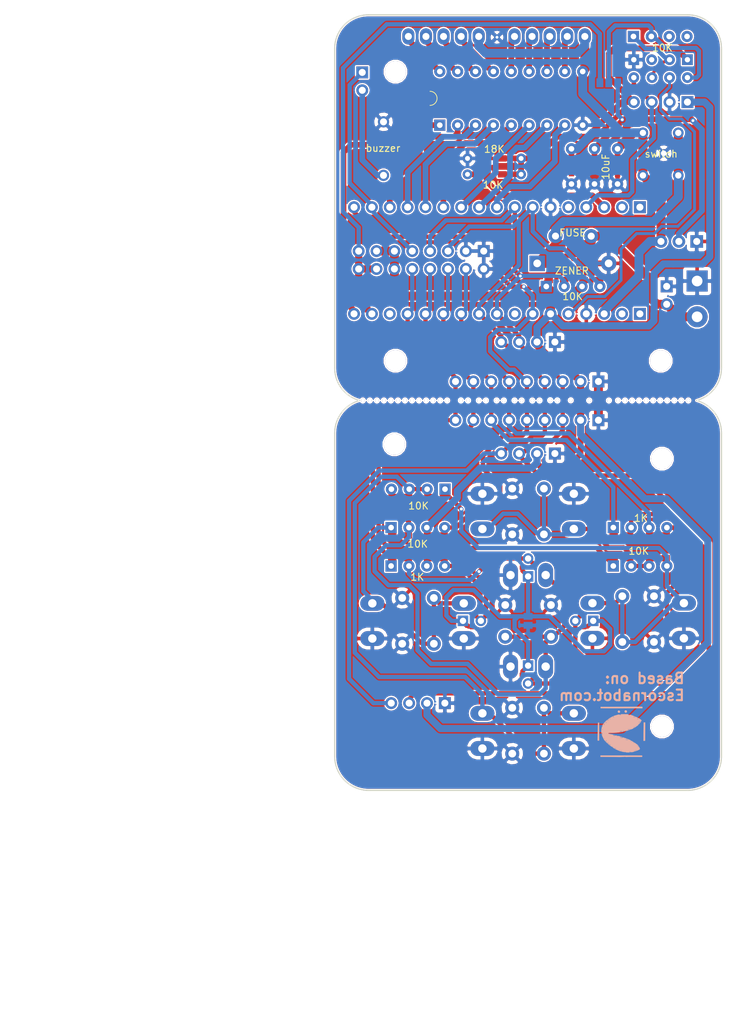
<source format=kicad_pcb>
(kicad_pcb (version 4) (host pcbnew 4.0.6-e0-6349~53~ubuntu16.04.1)
  (layers (0 F.Cu signal) (31 B.Cu signal) (34 B.Paste user) (35 F.Paste user) (36 B.SilkS user) (37 F.SilkS user) (38 B.Mask user) (39 F.Mask user) (44 Edge.Cuts user))
  (net 0 "")
  (net 1 GND)
  (net 2 "Net-(F1-Pad1)")
  (net 3 /D9)
  (net 4 /D8)
  (net 5 /MR4)
  (net 6 /D7)
  (net 7 /MR3)
  (net 8 /D6)
  (net 9 /MR2)
  (net 10 /D5)
  (net 11 /MR1)
  (net 12 /D4)
  (net 13 /ML4)
  (net 14 /ML3)
  (net 15 /ML2)
  (net 16 /ML1)
  (net 17 /D10)
  (net 18 "Net-(JP1-Pad2)")
  (net 19 "Net-(LED1-Pad1)")
  (net 20 "Net-(LED1-Pad2)")
  (net 21 /S1)
  (net 22 /A7)
  (net 23 /S2)
  (net 24 /S3)
  (net 25 /S5)
  (net 26 /S4)
  (net 27 /A0)
  (net 28 /5V)
  (net 29 /A1)
  (net 30 /A2)
  (net 31 /A3)
  (net 32 /TX3V3)
  (net 33 /TX)
  (net 34 /A6)
  (net 35 /A5)
  (net 36 /A4)
  (net 37 /D13)
  (net 38 /D11)
  (net 39 /3V3)
  (net 40 /RAW)
  (net 41 /RX)
  (net 42 /VIN)
  (net 43 "Net-(R6-Pad1)")
  (net 44 /RST)
  (net 45 /3V3R)
  (net 46 "Net-(R6-Pad2)")
  (net 47 "Net-(LED2-Pad2)")
  (net 48 "Net-(LED3-Pad2)")
  (net 49 "Net-(LED4-Pad2)")
  (net 50 "Net-(R6-Pad3)")
  (net 51 "Net-(R6-Pad4)")
  (net 52 /SCK)
  (net 53 /MISO)
  (net 54 /AREF)
  (net 55 /MOSI)
  (net 56 /SS)
  (net 57 "Net-(SV3-Pad5)")
  (net 58 "Net-(U2-Pad2)")
  (module borde:svg2mod (layer F.Cu) (at 125 90)
    (fp_text reference svg2mod hide)
    (fp_text value G*** hide)
    (fp_line (start -22.705212 -55.068637) (end -22.952448 -55.062437) (layer Edge.Cuts) (width 0.155643))
    (fp_line (start -22.952448 -55.062437) (end -23.196354 -55.044035) (layer Edge.Cuts) (width 0.155643))
    (fp_line (start -23.196354 -55.044035) (end -23.436635 -55.013728) (layer Edge.Cuts) (width 0.155643))
    (fp_line (start -23.436635 -55.013728) (end -23.672993 -54.97181) (layer Edge.Cuts) (width 0.155643))
    (fp_line (start -23.672993 -54.97181) (end -23.905132 -54.918579) (layer Edge.Cuts) (width 0.155643))
    (fp_line (start -23.905132 -54.918579) (end -24.132756 -54.85433) (layer Edge.Cuts) (width 0.155643))
    (fp_line (start -24.132756 -54.85433) (end -24.355569 -54.779359) (layer Edge.Cuts) (width 0.155643))
    (fp_line (start -24.355569 -54.779359) (end -24.573274 -54.693962) (layer Edge.Cuts) (width 0.155643))
    (fp_line (start -24.573274 -54.693962) (end -24.785574 -54.598436) (layer Edge.Cuts) (width 0.155643))
    (fp_line (start -24.785574 -54.598436) (end -24.992174 -54.493076) (layer Edge.Cuts) (width 0.155643))
    (fp_line (start -24.992174 -54.493076) (end -25.192778 -54.378179) (layer Edge.Cuts) (width 0.155643))
    (fp_line (start -25.192778 -54.378179) (end -25.387087 -54.25404) (layer Edge.Cuts) (width 0.155643))
    (fp_line (start -25.387087 -54.25404) (end -25.574808 -54.120955) (layer Edge.Cuts) (width 0.155643))
    (fp_line (start -25.574808 -54.120955) (end -25.755642 -53.979222) (layer Edge.Cuts) (width 0.155643))
    (fp_line (start -25.755642 -53.979222) (end -25.929294 -53.829134) (layer Edge.Cuts) (width 0.155643))
    (fp_line (start -25.929294 -53.829134) (end -26.095467 -53.67099) (layer Edge.Cuts) (width 0.155643))
    (fp_line (start -26.095467 -53.67099) (end -26.253865 -53.505084) (layer Edge.Cuts) (width 0.155643))
    (fp_line (start -26.253865 -53.505084) (end -26.404192 -53.331714) (layer Edge.Cuts) (width 0.155643))
    (fp_line (start -26.404192 -53.331714) (end -26.546151 -53.151174) (layer Edge.Cuts) (width 0.155643))
    (fp_line (start -26.546151 -53.151174) (end -26.679445 -52.963761) (layer Edge.Cuts) (width 0.155643))
    (fp_line (start -26.679445 -52.963761) (end -26.80378 -52.76977) (layer Edge.Cuts) (width 0.155643))
    (fp_line (start -26.80378 -52.76977) (end -26.918857 -52.569499) (layer Edge.Cuts) (width 0.155643))
    (fp_line (start -26.918857 -52.569499) (end -27.024381 -52.363243) (layer Edge.Cuts) (width 0.155643))
    (fp_line (start -27.024381 -52.363243) (end -27.120056 -52.151298) (layer Edge.Cuts) (width 0.155643))
    (fp_line (start -27.120056 -52.151298) (end -27.205584 -51.93396) (layer Edge.Cuts) (width 0.155643))
    (fp_line (start -27.205584 -51.93396) (end -27.280671 -51.711526) (layer Edge.Cuts) (width 0.155643))
    (fp_line (start -27.280671 -51.711526) (end -27.345018 -51.48429) (layer Edge.Cuts) (width 0.155643))
    (fp_line (start -27.345018 -51.48429) (end -27.398331 -51.25255) (layer Edge.Cuts) (width 0.155643))
    (fp_line (start -27.398331 -51.25255) (end -27.440312 -51.016601) (layer Edge.Cuts) (width 0.155643))
    (fp_line (start -27.440312 -51.016601) (end -27.470666 -50.77674) (layer Edge.Cuts) (width 0.155643))
    (fp_line (start -27.470666 -50.77674) (end -27.489095 -50.533262) (layer Edge.Cuts) (width 0.155643))
    (fp_line (start -27.489095 -50.533262) (end -27.495304 -50.286464) (layer Edge.Cuts) (width 0.155643))
    (fp_line (start -27.495304 -50.286464) (end -27.495304 -4.917986) (layer Edge.Cuts) (width 0.155643))
    (fp_line (start -27.495304 -4.917986) (end -27.488704 -4.663777) (layer Edge.Cuts) (width 0.155643))
    (fp_line (start -27.488704 -4.663777) (end -27.46912 -4.41315) (layer Edge.Cuts) (width 0.155643))
    (fp_line (start -27.46912 -4.41315) (end -27.436878 -4.166427) (layer Edge.Cuts) (width 0.155643))
    (fp_line (start -27.436878 -4.166427) (end -27.392304 -3.923926) (layer Edge.Cuts) (width 0.155643))
    (fp_line (start -27.392304 -3.923926) (end -27.335724 -3.685968) (layer Edge.Cuts) (width 0.155643))
    (fp_line (start -27.335724 -3.685968) (end -27.267463 -3.452872) (layer Edge.Cuts) (width 0.155643))
    (fp_line (start -27.267463 -3.452872) (end -27.187848 -3.224958) (layer Edge.Cuts) (width 0.155643))
    (fp_line (start -27.187848 -3.224958) (end -27.097204 -3.002546) (layer Edge.Cuts) (width 0.155643))
    (fp_line (start -27.097204 -3.002546) (end -26.995856 -2.785956) (layer Edge.Cuts) (width 0.155643))
    (fp_line (start -26.995856 -2.785956) (end -26.884132 -2.575507) (layer Edge.Cuts) (width 0.155643))
    (fp_line (start -26.884132 -2.575507) (end -26.762356 -2.37152) (layer Edge.Cuts) (width 0.155643))
    (fp_line (start -26.762356 -2.37152) (end -26.630854 -2.174314) (layer Edge.Cuts) (width 0.155643))
    (fp_line (start -26.630854 -2.174314) (end -26.489953 -1.984208) (layer Edge.Cuts) (width 0.155643))
    (fp_line (start -26.489953 -1.984208) (end -26.339977 -1.801524) (layer Edge.Cuts) (width 0.155643))
    (fp_line (start -26.339977 -1.801524) (end -26.181253 -1.626579) (layer Edge.Cuts) (width 0.155643))
    (fp_line (start -26.181253 -1.626579) (end -26.014107 -1.459695) (layer Edge.Cuts) (width 0.155643))
    (fp_line (start -26.014107 -1.459695) (end -25.838864 -1.301191) (layer Edge.Cuts) (width 0.155643))
    (fp_line (start -25.838864 -1.301191) (end -25.65585 -1.151387) (layer Edge.Cuts) (width 0.155643))
    (fp_line (start -25.65585 -1.151387) (end -25.465391 -1.010603) (layer Edge.Cuts) (width 0.155643))
    (fp_line (start -25.465391 -1.010603) (end -25.267813 -0.879157) (layer Edge.Cuts) (width 0.155643))
    (fp_line (start -25.267813 -0.879157) (end -25.063442 -0.757372) (layer Edge.Cuts) (width 0.155643))
    (fp_line (start -25.063442 -0.757372) (end -24.852602 -0.645565) (layer Edge.Cuts) (width 0.155643))
    (fp_line (start -24.852602 -0.645565) (end -24.635621 -0.544057) (layer Edge.Cuts) (width 0.155643))
    (fp_line (start -24.635621 -0.544057) (end -24.412824 -0.453167) (layer Edge.Cuts) (width 0.155643))
    (fp_line (start -24.412824 -0.453167) (end -24.184536 -0.373216) (layer Edge.Cuts) (width 0.155643))
    (fp_line (start -24.184536 -0.373216) (end -23.951085 -0.304523) (layer Edge.Cuts) (width 0.155643))
    (fp_line (start -23.951085 -0.304523) (end -24.184783 -0.233585) (layer Edge.Cuts) (width 0.155643))
    (fp_line (start -24.184783 -0.233585) (end -24.413273 -0.151457) (layer Edge.Cuts) (width 0.155643))
    (fp_line (start -24.413273 -0.151457) (end -24.636231 -0.058455) (layer Edge.Cuts) (width 0.155643))
    (fp_line (start -24.636231 -0.058455) (end -24.853334 0.045101) (layer Edge.Cuts) (width 0.155643))
    (fp_line (start -24.853334 0.045101) (end -25.064261 0.158896) (layer Edge.Cuts) (width 0.155643))
    (fp_line (start -25.064261 0.158896) (end -25.268686 0.28261) (layer Edge.Cuts) (width 0.155643))
    (fp_line (start -25.268686 0.28261) (end -25.466288 0.415927) (layer Edge.Cuts) (width 0.155643))
    (fp_line (start -25.466288 0.415927) (end -25.656744 0.558529) (layer Edge.Cuts) (width 0.155643))
    (fp_line (start -25.656744 0.558529) (end -25.83973 0.710097) (layer Edge.Cuts) (width 0.155643))
    (fp_line (start -25.83973 0.710097) (end -26.014923 0.870316) (layer Edge.Cuts) (width 0.155643))
    (fp_line (start -26.014923 0.870316) (end -26.182002 1.038866) (layer Edge.Cuts) (width 0.155643))
    (fp_line (start -26.182002 1.038866) (end -26.340641 1.21543) (layer Edge.Cuts) (width 0.155643))
    (fp_line (start -26.340641 1.21543) (end -26.49052 1.399692) (layer Edge.Cuts) (width 0.155643))
    (fp_line (start -26.49052 1.399692) (end -26.631313 1.591332) (layer Edge.Cuts) (width 0.155643))
    (fp_line (start -26.631313 1.591332) (end -26.7627 1.790034) (layer Edge.Cuts) (width 0.155643))
    (fp_line (start -26.7627 1.790034) (end -26.884356 1.995479) (layer Edge.Cuts) (width 0.155643))
    (fp_line (start -26.884356 1.995479) (end -26.995959 2.207351) (layer Edge.Cuts) (width 0.155643))
    (fp_line (start -26.995959 2.207351) (end -27.097185 2.425331) (layer Edge.Cuts) (width 0.155643))
    (fp_line (start -27.097185 2.425331) (end -27.187712 2.649103) (layer Edge.Cuts) (width 0.155643))
    (fp_line (start -27.187712 2.649103) (end -27.267217 2.878348) (layer Edge.Cuts) (width 0.155643))
    (fp_line (start -27.267217 2.878348) (end -27.335376 3.112748) (layer Edge.Cuts) (width 0.155643))
    (fp_line (start -27.335376 3.112748) (end -27.391867 3.351987) (layer Edge.Cuts) (width 0.155643))
    (fp_line (start -27.391867 3.351987) (end -27.436366 3.595746) (layer Edge.Cuts) (width 0.155643))
    (fp_line (start -27.436366 3.595746) (end -27.468552 3.843708) (layer Edge.Cuts) (width 0.155643))
    (fp_line (start -27.468552 3.843708) (end -27.4881 4.095555) (layer Edge.Cuts) (width 0.155643))
    (fp_line (start -27.4881 4.095555) (end -27.494688 4.35097) (layer Edge.Cuts) (width 0.155643))
    (fp_line (start -27.494688 4.35097) (end -27.494688 50.232866) (layer Edge.Cuts) (width 0.155643))
    (fp_line (start -27.494688 50.232866) (end -27.488406 50.482454) (layer Edge.Cuts) (width 0.155643))
    (fp_line (start -27.488406 50.482454) (end -27.469762 50.728682) (layer Edge.Cuts) (width 0.155643))
    (fp_line (start -27.469762 50.728682) (end -27.439056 50.971249) (layer Edge.Cuts) (width 0.155643))
    (fp_line (start -27.439056 50.971249) (end -27.396586 51.209858) (layer Edge.Cuts) (width 0.155643))
    (fp_line (start -27.396586 51.209858) (end -27.342654 51.444208) (layer Edge.Cuts) (width 0.155643))
    (fp_line (start -27.342654 51.444208) (end -27.277559 51.674) (layer Edge.Cuts) (width 0.155643))
    (fp_line (start -27.277559 51.674) (end -27.201602 51.898935) (layer Edge.Cuts) (width 0.155643))
    (fp_line (start -27.201602 51.898935) (end -27.115081 52.118715) (layer Edge.Cuts) (width 0.155643))
    (fp_line (start -27.115081 52.118715) (end -27.018298 52.333039) (layer Edge.Cuts) (width 0.155643))
    (fp_line (start -27.018298 52.333039) (end -26.911552 52.541609) (layer Edge.Cuts) (width 0.155643))
    (fp_line (start -26.911552 52.541609) (end -26.795143 52.744125) (layer Edge.Cuts) (width 0.155643))
    (fp_line (start -26.795143 52.744125) (end -26.669371 52.940288) (layer Edge.Cuts) (width 0.155643))
    (fp_line (start -26.669371 52.940288) (end -26.534536 53.129799) (layer Edge.Cuts) (width 0.155643))
    (fp_line (start -26.534536 53.129799) (end -26.390938 53.312359) (layer Edge.Cuts) (width 0.155643))
    (fp_line (start -26.390938 53.312359) (end -26.238877 53.487668) (layer Edge.Cuts) (width 0.155643))
    (fp_line (start -26.238877 53.487668) (end -26.078653 53.655427) (layer Edge.Cuts) (width 0.155643))
    (fp_line (start -26.078653 53.655427) (end -25.910566 53.815337) (layer Edge.Cuts) (width 0.155643))
    (fp_line (start -25.910566 53.815337) (end -25.734917 53.967099) (layer Edge.Cuts) (width 0.155643))
    (fp_line (start -25.734917 53.967099) (end -25.552004 54.110413) (layer Edge.Cuts) (width 0.155643))
    (fp_line (start -25.552004 54.110413) (end -25.362127 54.244981) (layer Edge.Cuts) (width 0.155643))
    (fp_line (start -25.362127 54.244981) (end -25.165588 54.370503) (layer Edge.Cuts) (width 0.155643))
    (fp_line (start -25.165588 54.370503) (end -24.962686 54.48668) (layer Edge.Cuts) (width 0.155643))
    (fp_line (start -24.962686 54.48668) (end -24.75372 54.593212) (layer Edge.Cuts) (width 0.155643))
    (fp_line (start -24.75372 54.593212) (end -24.538992 54.689801) (layer Edge.Cuts) (width 0.155643))
    (fp_line (start -24.538992 54.689801) (end -24.3188 54.776147) (layer Edge.Cuts) (width 0.155643))
    (fp_line (start -24.3188 54.776147) (end -24.093444 54.851951) (layer Edge.Cuts) (width 0.155643))
    (fp_line (start -24.093444 54.851951) (end -23.863226 54.916914) (layer Edge.Cuts) (width 0.155643))
    (fp_line (start -23.863226 54.916914) (end -23.628444 54.970736) (layer Edge.Cuts) (width 0.155643))
    (fp_line (start -23.628444 54.970736) (end -23.389399 55.013119) (layer Edge.Cuts) (width 0.155643))
    (fp_line (start -23.389399 55.013119) (end -23.14639 55.043762) (layer Edge.Cuts) (width 0.155643))
    (fp_line (start -23.14639 55.043762) (end -22.899719 55.062368) (layer Edge.Cuts) (width 0.155643))
    (fp_line (start -22.899719 55.062368) (end -22.649683 55.068637) (layer Edge.Cuts) (width 0.155643))
    (fp_line (start -22.649683 55.068637) (end 22.649683 55.068637) (layer Edge.Cuts) (width 0.155643))
    (fp_line (start 22.649683 55.068637) (end 22.899717 55.062368) (layer Edge.Cuts) (width 0.155643))
    (fp_line (start 22.899717 55.062368) (end 23.146383 55.043762) (layer Edge.Cuts) (width 0.155643))
    (fp_line (start 23.146383 55.043762) (end 23.389383 55.013119) (layer Edge.Cuts) (width 0.155643))
    (fp_line (start 23.389383 55.013119) (end 23.628417 54.970736) (layer Edge.Cuts) (width 0.155643))
    (fp_line (start 23.628417 54.970736) (end 23.863185 54.916914) (layer Edge.Cuts) (width 0.155643))
    (fp_line (start 23.863185 54.916914) (end 24.093388 54.851951) (layer Edge.Cuts) (width 0.155643))
    (fp_line (start 24.093388 54.851951) (end 24.318725 54.776147) (layer Edge.Cuts) (width 0.155643))
    (fp_line (start 24.318725 54.776147) (end 24.538896 54.689801) (layer Edge.Cuts) (width 0.155643))
    (fp_line (start 24.538896 54.689801) (end 24.753603 54.593212) (layer Edge.Cuts) (width 0.155643))
    (fp_line (start 24.753603 54.593212) (end 24.962545 54.48668) (layer Edge.Cuts) (width 0.155643))
    (fp_line (start 24.962545 54.48668) (end 25.165422 54.370503) (layer Edge.Cuts) (width 0.155643))
    (fp_line (start 25.165422 54.370503) (end 25.361936 54.244981) (layer Edge.Cuts) (width 0.155643))
    (fp_line (start 25.361936 54.244981) (end 25.551785 54.110413) (layer Edge.Cuts) (width 0.155643))
    (fp_line (start 25.551785 54.110413) (end 25.73467 53.967099) (layer Edge.Cuts) (width 0.155643))
    (fp_line (start 25.73467 53.967099) (end 25.910292 53.815337) (layer Edge.Cuts) (width 0.155643))
    (fp_line (start 25.910292 53.815337) (end 26.078351 53.655427) (layer Edge.Cuts) (width 0.155643))
    (fp_line (start 26.078351 53.655427) (end 26.238547 53.487668) (layer Edge.Cuts) (width 0.155643))
    (fp_line (start 26.238547 53.487668) (end 26.390579 53.312359) (layer Edge.Cuts) (width 0.155643))
    (fp_line (start 26.390579 53.312359) (end 26.53415 53.129799) (layer Edge.Cuts) (width 0.155643))
    (fp_line (start 26.53415 53.129799) (end 26.668958 52.940288) (layer Edge.Cuts) (width 0.155643))
    (fp_line (start 26.668958 52.940288) (end 26.794704 52.744125) (layer Edge.Cuts) (width 0.155643))
    (fp_line (start 26.794704 52.744125) (end 26.911088 52.541609) (layer Edge.Cuts) (width 0.155643))
    (fp_line (start 26.911088 52.541609) (end 27.017811 52.333039) (layer Edge.Cuts) (width 0.155643))
    (fp_line (start 27.017811 52.333039) (end 27.114572 52.118715) (layer Edge.Cuts) (width 0.155643))
    (fp_line (start 27.114572 52.118715) (end 27.201072 51.898935) (layer Edge.Cuts) (width 0.155643))
    (fp_line (start 27.201072 51.898935) (end 27.277012 51.674) (layer Edge.Cuts) (width 0.155643))
    (fp_line (start 27.277012 51.674) (end 27.342091 51.444208) (layer Edge.Cuts) (width 0.155643))
    (fp_line (start 27.342091 51.444208) (end 27.396009 51.209858) (layer Edge.Cuts) (width 0.155643))
    (fp_line (start 27.396009 51.209858) (end 27.438468 50.971249) (layer Edge.Cuts) (width 0.155643))
    (fp_line (start 27.438468 50.971249) (end 27.469166 50.728682) (layer Edge.Cuts) (width 0.155643))
    (fp_line (start 27.469166 50.728682) (end 27.487805 50.482454) (layer Edge.Cuts) (width 0.155643))
    (fp_line (start 27.487805 50.482454) (end 27.494085 50.232866) (layer Edge.Cuts) (width 0.155643))
    (fp_line (start 27.494085 50.232866) (end 27.494085 4.35097) (layer Edge.Cuts) (width 0.155643))
    (fp_line (start 27.494085 4.35097) (end 27.487499 4.095571) (layer Edge.Cuts) (width 0.155643))
    (fp_line (start 27.487499 4.095571) (end 27.467956 3.843738) (layer Edge.Cuts) (width 0.155643))
    (fp_line (start 27.467956 3.843738) (end 27.435779 3.595789) (layer Edge.Cuts) (width 0.155643))
    (fp_line (start 27.435779 3.595789) (end 27.39129 3.352042) (layer Edge.Cuts) (width 0.155643))
    (fp_line (start 27.39129 3.352042) (end 27.334813 3.112814) (layer Edge.Cuts) (width 0.155643))
    (fp_line (start 27.334813 3.112814) (end 27.26667 2.878423) (layer Edge.Cuts) (width 0.155643))
    (fp_line (start 27.26667 2.878423) (end 27.187184 2.649186) (layer Edge.Cuts) (width 0.155643))
    (fp_line (start 27.187184 2.649186) (end 27.096678 2.425421) (layer Edge.Cuts) (width 0.155643))
    (fp_line (start 27.096678 2.425421) (end 26.995475 2.207446) (layer Edge.Cuts) (width 0.155643))
    (fp_line (start 26.995475 2.207446) (end 26.883896 1.995578) (layer Edge.Cuts) (width 0.155643))
    (fp_line (start 26.883896 1.995578) (end 26.762266 1.790135) (layer Edge.Cuts) (width 0.155643))
    (fp_line (start 26.762266 1.790135) (end 26.630907 1.591435) (layer Edge.Cuts) (width 0.155643))
    (fp_line (start 26.630907 1.591435) (end 26.490142 1.399794) (layer Edge.Cuts) (width 0.155643))
    (fp_line (start 26.490142 1.399794) (end 26.340292 1.215532) (layer Edge.Cuts) (width 0.155643))
    (fp_line (start 26.340292 1.215532) (end 26.181683 1.038965) (layer Edge.Cuts) (width 0.155643))
    (fp_line (start 26.181683 1.038965) (end 26.014635 0.870412) (layer Edge.Cuts) (width 0.155643))
    (fp_line (start 26.014635 0.870412) (end 25.839472 0.710189) (layer Edge.Cuts) (width 0.155643))
    (fp_line (start 25.839472 0.710189) (end 25.656517 0.558614) (layer Edge.Cuts) (width 0.155643))
    (fp_line (start 25.656517 0.558614) (end 25.466092 0.416006) (layer Edge.Cuts) (width 0.155643))
    (fp_line (start 25.466092 0.416006) (end 25.26852 0.282681) (layer Edge.Cuts) (width 0.155643))
    (fp_line (start 25.26852 0.282681) (end 25.064124 0.158958) (layer Edge.Cuts) (width 0.155643))
    (fp_line (start 25.064124 0.158958) (end 24.853227 0.045153) (layer Edge.Cuts) (width 0.155643))
    (fp_line (start 24.853227 0.045153) (end 24.636151 -0.058415) (layer Edge.Cuts) (width 0.155643))
    (fp_line (start 24.636151 -0.058415) (end 24.41322 -0.151429) (layer Edge.Cuts) (width 0.155643))
    (fp_line (start 24.41322 -0.151429) (end 24.184756 -0.233571) (layer Edge.Cuts) (width 0.155643))
    (fp_line (start 24.184756 -0.233571) (end 23.951082 -0.304523) (layer Edge.Cuts) (width 0.155643))
    (fp_line (start 23.951082 -0.304523) (end 24.184522 -0.373224) (layer Edge.Cuts) (width 0.155643))
    (fp_line (start 24.184522 -0.373224) (end 24.412799 -0.453183) (layer Edge.Cuts) (width 0.155643))
    (fp_line (start 24.412799 -0.453183) (end 24.635589 -0.544079) (layer Edge.Cuts) (width 0.155643))
    (fp_line (start 24.635589 -0.544079) (end 24.852563 -0.645594) (layer Edge.Cuts) (width 0.155643))
    (fp_line (start 24.852563 -0.645594) (end 25.063397 -0.757407) (layer Edge.Cuts) (width 0.155643))
    (fp_line (start 25.063397 -0.757407) (end 25.267766 -0.879198) (layer Edge.Cuts) (width 0.155643))
    (fp_line (start 25.267766 -0.879198) (end 25.465341 -1.010647) (layer Edge.Cuts) (width 0.155643))
    (fp_line (start 25.465341 -1.010647) (end 25.655799 -1.151436) (layer Edge.Cuts) (width 0.155643))
    (fp_line (start 25.655799 -1.151436) (end 25.838813 -1.301243) (layer Edge.Cuts) (width 0.155643))
    (fp_line (start 25.838813 -1.301243) (end 26.014057 -1.45975) (layer Edge.Cuts) (width 0.155643))
    (fp_line (start 26.014057 -1.45975) (end 26.181205 -1.626636) (layer Edge.Cuts) (width 0.155643))
    (fp_line (start 26.181205 -1.626636) (end 26.339931 -1.801581) (layer Edge.Cuts) (width 0.155643))
    (fp_line (start 26.339931 -1.801581) (end 26.48991 -1.984267) (layer Edge.Cuts) (width 0.155643))
    (fp_line (start 26.48991 -1.984267) (end 26.630815 -2.174372) (layer Edge.Cuts) (width 0.155643))
    (fp_line (start 26.630815 -2.174372) (end 26.76232 -2.371577) (layer Edge.Cuts) (width 0.155643))
    (fp_line (start 26.76232 -2.371577) (end 26.884101 -2.575563) (layer Edge.Cuts) (width 0.155643))
    (fp_line (start 26.884101 -2.575563) (end 26.99583 -2.78601) (layer Edge.Cuts) (width 0.155643))
    (fp_line (start 26.99583 -2.78601) (end 27.097181 -3.002597) (layer Edge.Cuts) (width 0.155643))
    (fp_line (start 27.097181 -3.002597) (end 27.18783 -3.225005) (layer Edge.Cuts) (width 0.155643))
    (fp_line (start 27.18783 -3.225005) (end 27.267449 -3.452914) (layer Edge.Cuts) (width 0.155643))
    (fp_line (start 27.267449 -3.452914) (end 27.335714 -3.686005) (layer Edge.Cuts) (width 0.155643))
    (fp_line (start 27.335714 -3.686005) (end 27.392297 -3.923957) (layer Edge.Cuts) (width 0.155643))
    (fp_line (start 27.392297 -3.923957) (end 27.436874 -4.166451) (layer Edge.Cuts) (width 0.155643))
    (fp_line (start 27.436874 -4.166451) (end 27.469118 -4.413167) (layer Edge.Cuts) (width 0.155643))
    (fp_line (start 27.469118 -4.413167) (end 27.488704 -4.663786) (layer Edge.Cuts) (width 0.155643))
    (fp_line (start 27.488704 -4.663786) (end 27.495304 -4.917986) (layer Edge.Cuts) (width 0.155643))
    (fp_line (start 27.495304 -4.917986) (end 27.495304 -50.286464) (layer Edge.Cuts) (width 0.155643))
    (fp_line (start 27.495304 -50.286464) (end 27.489094 -50.533262) (layer Edge.Cuts) (width 0.155643))
    (fp_line (start 27.489094 -50.533262) (end 27.470659 -50.77674) (layer Edge.Cuts) (width 0.155643))
    (fp_line (start 27.470659 -50.77674) (end 27.440297 -51.016601) (layer Edge.Cuts) (width 0.155643))
    (fp_line (start 27.440297 -51.016601) (end 27.398305 -51.25255) (layer Edge.Cuts) (width 0.155643))
    (fp_line (start 27.398305 -51.25255) (end 27.344979 -51.48429) (layer Edge.Cuts) (width 0.155643))
    (fp_line (start 27.344979 -51.48429) (end 27.280615 -51.711526) (layer Edge.Cuts) (width 0.155643))
    (fp_line (start 27.280615 -51.711526) (end 27.20551 -51.93396) (layer Edge.Cuts) (width 0.155643))
    (fp_line (start 27.20551 -51.93396) (end 27.119961 -52.151298) (layer Edge.Cuts) (width 0.155643))
    (fp_line (start 27.119961 -52.151298) (end 27.024264 -52.363243) (layer Edge.Cuts) (width 0.155643))
    (fp_line (start 27.024264 -52.363243) (end 26.918716 -52.569499) (layer Edge.Cuts) (width 0.155643))
    (fp_line (start 26.918716 -52.569499) (end 26.803614 -52.76977) (layer Edge.Cuts) (width 0.155643))
    (fp_line (start 26.803614 -52.76977) (end 26.679254 -52.963761) (layer Edge.Cuts) (width 0.155643))
    (fp_line (start 26.679254 -52.963761) (end 26.545932 -53.151174) (layer Edge.Cuts) (width 0.155643))
    (fp_line (start 26.545932 -53.151174) (end 26.403945 -53.331714) (layer Edge.Cuts) (width 0.155643))
    (fp_line (start 26.403945 -53.331714) (end 26.25359 -53.505084) (layer Edge.Cuts) (width 0.155643))
    (fp_line (start 26.25359 -53.505084) (end 26.095163 -53.67099) (layer Edge.Cuts) (width 0.155643))
    (fp_line (start 26.095163 -53.67099) (end 25.928962 -53.829134) (layer Edge.Cuts) (width 0.155643))
    (fp_line (start 25.928962 -53.829134) (end 25.755282 -53.979222) (layer Edge.Cuts) (width 0.155643))
    (fp_line (start 25.755282 -53.979222) (end 25.57442 -54.120955) (layer Edge.Cuts) (width 0.155643))
    (fp_line (start 25.57442 -54.120955) (end 25.386672 -54.25404) (layer Edge.Cuts) (width 0.155643))
    (fp_line (start 25.386672 -54.25404) (end 25.192336 -54.378179) (layer Edge.Cuts) (width 0.155643))
    (fp_line (start 25.192336 -54.378179) (end 24.991707 -54.493076) (layer Edge.Cuts) (width 0.155643))
    (fp_line (start 24.991707 -54.493076) (end 24.785083 -54.598436) (layer Edge.Cuts) (width 0.155643))
    (fp_line (start 24.785083 -54.598436) (end 24.57276 -54.693962) (layer Edge.Cuts) (width 0.155643))
    (fp_line (start 24.57276 -54.693962) (end 24.355035 -54.779359) (layer Edge.Cuts) (width 0.155643))
    (fp_line (start 24.355035 -54.779359) (end 24.132203 -54.85433) (layer Edge.Cuts) (width 0.155643))
    (fp_line (start 24.132203 -54.85433) (end 23.904563 -54.918579) (layer Edge.Cuts) (width 0.155643))
    (fp_line (start 23.904563 -54.918579) (end 23.672409 -54.97181) (layer Edge.Cuts) (width 0.155643))
    (fp_line (start 23.672409 -54.97181) (end 23.43604 -55.013728) (layer Edge.Cuts) (width 0.155643))
    (fp_line (start 23.43604 -55.013728) (end 23.195751 -55.044035) (layer Edge.Cuts) (width 0.155643))
    (fp_line (start 23.195751 -55.044035) (end 22.951839 -55.062437) (layer Edge.Cuts) (width 0.155643))
    (fp_line (start 22.951839 -55.062437) (end 22.7046 -55.068637) (layer Edge.Cuts) (width 0.155643))
    (fp_line (start 22.7046 -55.068637) (end -22.705212 -55.068637) (layer Edge.Cuts) (width 0.155643))
  )
  (module LEDs:LED_D3.0mm (layer F.Cu) (at 134.256 120.99544 180)
    (fp_text reference LED4 hide)
    (fp_text value L)
    (pad 1 thru_hole rect (at 0 0 180) (size 1.5 1.5) (drill 0.9) (layers *.Cu *.Mask) (net 19 "Net-(LED1-Pad1)"))
    (pad 2 thru_hole circle (at 2.54 0 180) (size 1.5 1.5) (drill 0.9) (layers *.Cu *.Mask) (net 49 "Net-(LED4-Pad2)"))
  )
  (module LEDs:LED_D3.0mm (layer F.Cu) (at 125 114.681 90)
    (fp_text reference LED1 hide)
    (fp_text value L)
    (pad 1 thru_hole rect (at 0 0 90) (size 1.5 1.5) (drill 0.9) (layers *.Cu *.Mask) (net 19 "Net-(LED1-Pad1)"))
    (pad 2 thru_hole circle (at 2.54 0 90) (size 1.5 1.5) (drill 0.9) (layers *.Cu *.Mask) (net 20 "Net-(LED1-Pad2)"))
  )
  (module LEDs:LED_D3.0mm (layer F.Cu) (at 115.744 120.99544)
    (fp_text reference LED2 hide)
    (fp_text value L)
    (pad 1 thru_hole rect (at 0 0) (size 1.5 1.5) (drill 0.9) (layers *.Cu *.Mask) (net 19 "Net-(LED1-Pad1)"))
    (pad 2 thru_hole circle (at 2.54 0) (size 1.5 1.5) (drill 0.9) (layers *.Cu *.Mask) (net 47 "Net-(LED2-Pad2)"))
  )
  (module LEDs:LED_D3.0mm (layer F.Cu) (at 125 127.3556 270)
    (fp_text reference LED3 hide)
    (fp_text value L)
    (pad 1 thru_hole rect (at 0 0 270) (size 1.5 1.5) (drill 0.9) (layers *.Cu *.Mask) (net 19 "Net-(LED1-Pad1)"))
    (pad 2 thru_hole circle (at 2.54 0 270) (size 1.5 1.5) (drill 0.9) (layers *.Cu *.Mask) (net 48 "Net-(LED3-Pad2)"))
  )
  (module ComponentesVarios:hole_3mm (layer F.Cu) (at 143.891 136)
    (fp_text reference "" hide)
    (fp_text value hole)
    (pad 1 thru_hole circle (at 0.14 0) (size 3 3) (drill 3) (layers *.Cu *.Mask))
  )
  (module Pin_Headers:Pin_Header_Straight_1x04_Pitch2.54mm (layer F.Cu) (at 113.16716 132.6798 270)
    (fp_text reference U1 hide)
    (fp_text value CONN_01X04)
    (pad 1 thru_hole rect (at 0 0 270) (size 1.7 1.7) (drill 1) (layers *.Cu *.Mask) (net 1 GND))
    (pad 2 thru_hole oval (at 0 2.54 270) (size 1.7 1.7) (drill 1) (layers *.Cu *.Mask) (net 28 /5V))
    (pad 3 thru_hole oval (at 0 5.08 270) (size 1.7 1.7) (drill 1) (layers *.Cu *.Mask) (net 35 /A5))
    (pad 4 thru_hole oval (at 0 7.62 270) (size 1.7 1.7) (drill 1) (layers *.Cu *.Mask) (net 36 /A4))
  )
  (module Switch:Button (layer F.Cu) (at 125.00356 136.6266 180)
    (fp_text reference S3 hide)
    (fp_text value switch)
    (pad 3 thru_hole oval (at 6.5 2.5 180) (size 3.4332 2.1144) (drill 1.2) (layers *.Cu *.Mask) (net 24 /S3))
    (pad 2 thru_hole oval (at 6.5 -2.5 180) (size 3.4332 2.1144) (drill 1.2) (layers *.Cu *.Mask) (net 1 GND))
    (pad 1 thru_hole oval (at -6.5 -2.5 180) (size 3.4332 2.1144) (drill 1.2) (layers *.Cu *.Mask) (net 1 GND))
    (pad 4 thru_hole oval (at -6.5 2.5 180) (size 3.4332 2.1144) (drill 1.2) (layers *.Cu *.Mask) (net 24 /S3))
  )
  (module LEDs:LED_0603 (layer F.Cu) (at 124.99848 128.651)
    (fp_text reference LED3.1 hide)
    (fp_text value L)
    (pad 2 smd rect (at 0.8 0 180) (size 0.8 0.6) (layers F.Cu F.Paste F.Mask) (net 48 "Net-(LED3-Pad2)"))
    (pad 1 smd rect (at -0.8 0 180) (size 0.8 0.6) (layers F.Cu F.Paste F.Mask) (net 19 "Net-(LED1-Pad1)"))
  )
  (module LEDs:LED_0603 (layer F.Cu) (at 132.986 120.99544 90)
    (fp_text reference LED4.1 hide)
    (fp_text value L)
    (pad 2 smd rect (at 0.8 0 270) (size 0.8 0.6) (layers F.Cu F.Paste F.Mask) (net 49 "Net-(LED4-Pad2)"))
    (pad 1 smd rect (at -0.8 0 270) (size 0.8 0.6) (layers F.Cu F.Paste F.Mask) (net 19 "Net-(LED1-Pad1)"))
  )
  (module LEDs:LED_0603 (layer F.Cu) (at 117.0178 120.99544 90)
    (fp_text reference LED2.1 hide)
    (fp_text value L)
    (pad 2 smd rect (at 0.8 0 270) (size 0.8 0.6) (layers F.Cu F.Paste F.Mask) (net 47 "Net-(LED2-Pad2)"))
    (pad 1 smd rect (at -0.8 0 270) (size 0.8 0.6) (layers F.Cu F.Paste F.Mask) (net 19 "Net-(LED1-Pad1)"))
  )
  (module Switch:Button (layer F.Cu) (at 109.35716 121.00814 180)
    (fp_text reference S4 hide)
    (fp_text value switch)
    (pad 3 thru_hole oval (at 6.5 2.5 180) (size 3.4332 2.1144) (drill 1.2) (layers *.Cu *.Mask) (net 26 /S4))
    (pad 2 thru_hole oval (at 6.5 -2.5 180) (size 3.4332 2.1144) (drill 1.2) (layers *.Cu *.Mask) (net 1 GND))
    (pad 1 thru_hole oval (at -6.5 -2.5 180) (size 3.4332 2.1144) (drill 1.2) (layers *.Cu *.Mask) (net 1 GND))
    (pad 4 thru_hole oval (at -6.5 2.5 180) (size 3.4332 2.1144) (drill 1.2) (layers *.Cu *.Mask) (net 26 /S4))
  )
  (module Switch:Button (layer F.Cu) (at 125 120.99544 90)
    (fp_text reference S5 hide)
    (fp_text value switch)
    (pad 3 thru_hole oval (at 6.5 2.5 90) (size 3.4332 2.1144) (drill 1.2) (layers *.Cu *.Mask) (net 25 /S5))
    (pad 2 thru_hole oval (at 6.5 -2.5 90) (size 3.4332 2.1144) (drill 1.2) (layers *.Cu *.Mask) (net 1 GND))
    (pad 1 thru_hole oval (at -6.5 -2.5 90) (size 3.4332 2.1144) (drill 1.2) (layers *.Cu *.Mask) (net 1 GND))
    (pad 4 thru_hole oval (at -6.5 2.5 90) (size 3.4332 2.1144) (drill 1.2) (layers *.Cu *.Mask) (net 25 /S5))
  )
  (module LEDs:LED_0603 (layer F.Cu) (at 125.00864 113.42624)
    (fp_text reference LED1.1 hide)
    (fp_text value L)
    (pad 2 smd rect (at 0.8 0 180) (size 0.8 0.6) (layers F.Cu F.Paste F.Mask) (net 20 "Net-(LED1-Pad2)"))
    (pad 1 smd rect (at -0.8 0 180) (size 0.8 0.6) (layers F.Cu F.Paste F.Mask) (net 19 "Net-(LED1-Pad1)"))
  )
  (module Resistors_ThroughHole:R_Array_SIP4 (layer F.Cu) (at 105.52176 113.20272)
    (fp_text reference R4 hide)
    (fp_text value 1K)
    (pad 1 thru_hole rect (at 0 0) (size 1.6 1.6) (drill 0.8) (layers *.Cu *.Mask) (net 27 /A0))
    (pad 2 thru_hole oval (at 2.54 0) (size 1.6 1.6) (drill 0.8) (layers *.Cu *.Mask) (net 20 "Net-(LED1-Pad2)"))
    (pad 3 thru_hole oval (at 5.08 0) (size 1.6 1.6) (drill 0.8) (layers *.Cu *.Mask) (net 29 /A1))
    (pad 4 thru_hole oval (at 7.62 0) (size 1.6 1.6) (drill 0.8) (layers *.Cu *.Mask) (net 47 "Net-(LED2-Pad2)"))
  )
  (module Resistors_SMD:R_0603_HandSoldering (layer F.Cu) (at 111.87684 112.08512)
    (fp_text reference R8.1 hide)
    (fp_text value 1K (at -2.63144 2.6924) (layer F.SilkS))
    (pad 1 smd rect (at -1.1 0) (size 1.2 0.9) (layers F.Cu F.Paste F.Mask) (net 29 /A1))
    (pad 2 smd rect (at 1.1 0) (size 1.2 0.9) (layers F.Cu F.Paste F.Mask) (net 47 "Net-(LED2-Pad2)"))
  )
  (module Resistors_SMD:R_0603_HandSoldering (layer F.Cu) (at 106.79176 112.08512)
    (fp_text reference R6.1 hide)
    (fp_text value 1K)
    (pad 1 smd rect (at -1.1 0) (size 1.2 0.9) (layers F.Cu F.Paste F.Mask) (net 27 /A0))
    (pad 2 smd rect (at 1.1 0) (size 1.2 0.9) (layers F.Cu F.Paste F.Mask) (net 20 "Net-(LED1-Pad2)"))
  )
  (module Resistors_SMD:R_0603_HandSoldering (layer F.Cu) (at 106.79176 108.86948)
    (fp_text reference R5.1 hide)
    (fp_text value 10K)
    (pad 1 smd rect (at -1.1 0) (size 1.2 0.9) (layers F.Cu F.Paste F.Mask) (net 26 /S4))
    (pad 2 smd rect (at 1.1 0) (size 1.2 0.9) (layers F.Cu F.Paste F.Mask) (net 25 /S5))
  )
  (module Resistors_SMD:R_0603_HandSoldering (layer F.Cu) (at 111.87684 108.86948)
    (fp_text reference R7.1 hide)
    (fp_text value 10K)
    (pad 1 smd rect (at -1.1 0) (size 1.2 0.9) (layers F.Cu F.Paste F.Mask) (net 28 /5V))
    (pad 2 smd rect (at 1.1 0) (size 1.2 0.9) (layers F.Cu F.Paste F.Mask) (net 22 /A7))
  )
  (module Resistors_ThroughHole:R_Array_SIP4 (layer F.Cu) (at 105.52176 107.7468)
    (fp_text reference R3 hide)
    (fp_text value 10K (at 3.77952 2.3368) (layer F.SilkS))
    (pad 1 thru_hole rect (at 0 0) (size 1.6 1.6) (drill 0.8) (layers *.Cu *.Mask) (net 26 /S4))
    (pad 2 thru_hole oval (at 2.54 0) (size 1.6 1.6) (drill 0.8) (layers *.Cu *.Mask) (net 25 /S5))
    (pad 3 thru_hole oval (at 5.08 0) (size 1.6 1.6) (drill 0.8) (layers *.Cu *.Mask) (net 28 /5V))
    (pad 4 thru_hole oval (at 7.62 0) (size 1.6 1.6) (drill 0.8) (layers *.Cu *.Mask) (net 22 /A7))
  )
  (module Switch:Button (layer F.Cu) (at 140.64996 120.9802 180)
    (fp_text reference S2 hide)
    (fp_text value switch)
    (pad 3 thru_hole oval (at 6.5 2.5 180) (size 3.4332 2.1144) (drill 1.2) (layers *.Cu *.Mask) (net 23 /S2))
    (pad 2 thru_hole oval (at 6.5 -2.5 180) (size 3.4332 2.1144) (drill 1.2) (layers *.Cu *.Mask) (net 1 GND))
    (pad 1 thru_hole oval (at -6.5 -2.5 180) (size 3.4332 2.1144) (drill 1.2) (layers *.Cu *.Mask) (net 1 GND))
    (pad 4 thru_hole oval (at -6.5 2.5 180) (size 3.4332 2.1144) (drill 1.2) (layers *.Cu *.Mask) (net 23 /S2))
  )
  (module Resistors_SMD:R_0603_HandSoldering (layer F.Cu) (at 143.4592 112.0902 180)
    (fp_text reference R2.2 hide)
    (fp_text value 10K)
    (pad 1 smd rect (at -1.1 0 180) (size 1.2 0.9) (layers F.Cu F.Paste F.Mask) (net 23 /S2))
    (pad 2 smd rect (at 1.1 0 180) (size 1.2 0.9) (layers F.Cu F.Paste F.Mask) (net 21 /S1))
  )
  (module Resistors_SMD:R_0603_HandSoldering (layer F.Cu) (at 138.26236 112.08512 180)
    (fp_text reference R1.1 hide)
    (fp_text value 10K)
    (pad 1 smd rect (at -1.1 0 180) (size 1.2 0.9) (layers F.Cu F.Paste F.Mask) (net 21 /S1))
    (pad 2 smd rect (at 1.1 0 180) (size 1.2 0.9) (layers F.Cu F.Paste F.Mask) (net 22 /A7))
  )
  (module Resistors_ThroughHole:R_Array_SIP4 (layer F.Cu) (at 137.11428 113.20272)
    (fp_text reference R1 hide)
    (fp_text value 10K (at 3.62204 -2.11328) (layer F.SilkS))
    (pad 1 thru_hole rect (at 0 0) (size 1.6 1.6) (drill 0.8) (layers *.Cu *.Mask) (net 22 /A7))
    (pad 2 thru_hole oval (at 2.54 0) (size 1.6 1.6) (drill 0.8) (layers *.Cu *.Mask) (net 21 /S1))
    (pad 3 thru_hole oval (at 5.08 0) (size 1.6 1.6) (drill 0.8) (layers *.Cu *.Mask) (net 21 /S1))
    (pad 4 thru_hole oval (at 7.62 0) (size 1.6 1.6) (drill 0.8) (layers *.Cu *.Mask) (net 23 /S2))
  )
  (module Resistors_SMD:R_0603_HandSoldering (layer F.Cu) (at 143.4592 108.86948)
    (fp_text reference R10.1 hide)
    (fp_text value 100R hide)
    (pad 1 smd rect (at -1.1 0) (size 1.2 0.9) (layers F.Cu F.Paste F.Mask) (net 31 /A3))
    (pad 2 smd rect (at 1.1 0) (size 1.2 0.9) (layers F.Cu F.Paste F.Mask) (net 49 "Net-(LED4-Pad2)"))
  )
  (module Resistors_SMD:R_0603_HandSoldering (layer F.Cu) (at 138.26236 108.86948)
    (fp_text reference R9.1 hide)
    (fp_text value 1K (at 2.77876 -2.45364) (layer F.SilkS))
    (pad 1 smd rect (at -1.1 0) (size 1.2 0.9) (layers F.Cu F.Paste F.Mask) (net 30 /A2))
    (pad 2 smd rect (at 1.1 0) (size 1.2 0.9) (layers F.Cu F.Paste F.Mask) (net 48 "Net-(LED3-Pad2)"))
  )
  (module Resistors_ThroughHole:R_Array_SIP4 (layer F.Cu) (at 137.11428 107.7468)
    (fp_text reference R5 hide)
    (fp_text value 1K)
    (pad 1 thru_hole rect (at 0 0) (size 1.6 1.6) (drill 0.8) (layers *.Cu *.Mask) (net 30 /A2))
    (pad 2 thru_hole oval (at 2.54 0) (size 1.6 1.6) (drill 0.8) (layers *.Cu *.Mask) (net 48 "Net-(LED3-Pad2)"))
    (pad 3 thru_hole oval (at 5.08 0) (size 1.6 1.6) (drill 0.8) (layers *.Cu *.Mask) (net 31 /A3))
    (pad 4 thru_hole oval (at 7.62 0) (size 1.6 1.6) (drill 0.8) (layers *.Cu *.Mask) (net 49 "Net-(LED4-Pad2)"))
  )
  (module Switch:Button (layer F.Cu) (at 125.00356 105.44556)
    (fp_text reference S1 hide)
    (fp_text value switch)
    (pad 3 thru_hole oval (at 6.5 2.5) (size 3.4332 2.1144) (drill 1.2) (layers *.Cu *.Mask) (net 21 /S1))
    (pad 2 thru_hole oval (at 6.5 -2.5) (size 3.4332 2.1144) (drill 1.2) (layers *.Cu *.Mask) (net 1 GND))
    (pad 1 thru_hole oval (at -6.5 -2.5) (size 3.4332 2.1144) (drill 1.2) (layers *.Cu *.Mask) (net 1 GND))
    (pad 4 thru_hole oval (at -6.5 2.5) (size 3.4332 2.1144) (drill 1.2) (layers *.Cu *.Mask) (net 21 /S1))
  )
  (module Resistors_SMD:R_0603_HandSoldering (layer F.Cu) (at 106.83748 103.40848)
    (fp_text reference R4.1 hide)
    (fp_text value 10K)
    (pad 1 smd rect (at -1.1 0) (size 1.2 0.9) (layers F.Cu F.Paste F.Mask) (net 25 /S5))
    (pad 2 smd rect (at 1.1 0) (size 1.2 0.9) (layers F.Cu F.Paste F.Mask) (net 24 /S3))
  )
  (module Resistors_SMD:R_0603_HandSoldering (layer F.Cu) (at 111.93272 103.41356)
    (fp_text reference R3.1 hide)
    (fp_text value 10K (at -2.50952 1.25476) (layer F.SilkS))
    (pad 1 smd rect (at -1.1 0) (size 1.2 0.9) (layers F.Cu F.Paste F.Mask) (net 24 /S3))
    (pad 2 smd rect (at 1.1 0) (size 1.2 0.9) (layers F.Cu F.Paste F.Mask) (net 23 /S2))
  )
  (module Resistors_ThroughHole:R_Array_SIP4 (layer F.Cu) (at 113.18748 102.29088 180)
    (fp_text reference R2 hide)
    (fp_text value 10K)
    (pad 1 thru_hole rect (at 0 0 180) (size 1.6 1.6) (drill 0.8) (layers *.Cu *.Mask) (net 23 /S2))
    (pad 2 thru_hole oval (at 2.54 0 180) (size 1.6 1.6) (drill 0.8) (layers *.Cu *.Mask) (net 24 /S3))
    (pad 3 thru_hole oval (at 5.08 0 180) (size 1.6 1.6) (drill 0.8) (layers *.Cu *.Mask) (net 24 /S3))
    (pad 4 thru_hole oval (at 7.62 0 180) (size 1.6 1.6) (drill 0.8) (layers *.Cu *.Mask) (net 25 /S5))
  )
  (module ComponentesVarios:hole_3mm (layer F.Cu) (at 106.1466 95.9231)
    (fp_text reference "" hide)
    (fp_text value hole)
    (pad 1 thru_hole circle (at -0.15 0) (size 3 3) (drill 3) (layers *.Cu *.Mask))
  )
  (module ComponentesVarios:hole_3mm (layer F.Cu) (at 143.891 97.95764)
    (fp_text reference "" hide)
    (fp_text value hole)
    (pad 1 thru_hole circle (at 0.1344 0) (size 3 3) (drill 3) (layers *.Cu *.Mask))
  )
  (module Pin_Headers:Pin_Header_Straight_1x04_Pitch2.54mm (layer F.Cu) (at 128.81 97.2312 270)
    (fp_text reference U4 hide)
    (fp_text value CONN_01X04)
    (pad 1 thru_hole rect (at 0 0 270) (size 1.7 1.7) (drill 1) (layers *.Cu *.Mask) (net 1 GND))
    (pad 2 thru_hole oval (at 0 2.54 270) (size 1.7 1.7) (drill 1) (layers *.Cu *.Mask) (net 28 /5V))
    (pad 3 thru_hole oval (at 0 5.08 270) (size 1.7 1.7) (drill 1) (layers *.Cu *.Mask) (net 35 /A5))
    (pad 4 thru_hole oval (at 0 7.62 270) (size 1.7 1.7) (drill 1) (layers *.Cu *.Mask) (net 36 /A4))
  )
  (module Pin_Headers:Pin_Header_Straight_1x09_Pitch2.54mm (layer F.Cu) (at 135 92.5 270)
    (fp_text reference SV6 hide)
    (fp_text value CONN_01X09)
    (pad 1 thru_hole rect (at 0 0 270) (size 1.7 1.7) (drill 1) (layers *.Cu *.Mask) (net 1 GND))
    (pad 2 thru_hole oval (at 0 2.54 270) (size 1.7 1.7) (drill 1) (layers *.Cu *.Mask) (net 28 /5V))
    (pad 3 thru_hole oval (at 0 5.08 270) (size 1.7 1.7) (drill 1) (layers *.Cu *.Mask) (net 35 /A5))
    (pad 4 thru_hole oval (at 0 7.62 270) (size 1.7 1.7) (drill 1) (layers *.Cu *.Mask) (net 36 /A4))
    (pad 5 thru_hole oval (at 0 10.16 270) (size 1.7 1.7) (drill 1) (layers *.Cu *.Mask) (net 22 /A7))
    (pad 6 thru_hole oval (at 0 12.7 270) (size 1.7 1.7) (drill 1) (layers *.Cu *.Mask) (net 31 /A3))
    (pad 7 thru_hole oval (at 0 15.24 270) (size 1.7 1.7) (drill 1) (layers *.Cu *.Mask) (net 30 /A2))
    (pad 8 thru_hole oval (at 0 17.78 270) (size 1.7 1.7) (drill 1) (layers *.Cu *.Mask) (net 29 /A1))
    (pad 9 thru_hole oval (at 0 20.32 270) (size 1.7 1.7) (drill 1) (layers *.Cu *.Mask) (net 27 /A0))
  )
  (module Pin_Headers:Pin_Header_Straight_1x09_Pitch2.54mm (layer F.Cu) (at 135 87 270)
    (fp_text reference SV4 hide)
    (fp_text value CONN_01X09)
    (pad 1 thru_hole rect (at 0 0 270) (size 1.7 1.7) (drill 1) (layers *.Cu *.Mask) (net 1 GND))
    (pad 2 thru_hole oval (at 0 2.54 270) (size 1.7 1.7) (drill 1) (layers *.Cu *.Mask) (net 28 /5V))
    (pad 3 thru_hole oval (at 0 5.08 270) (size 1.7 1.7) (drill 1) (layers *.Cu *.Mask) (net 35 /A5))
    (pad 4 thru_hole oval (at 0 7.62 270) (size 1.7 1.7) (drill 1) (layers *.Cu *.Mask) (net 36 /A4))
    (pad 5 thru_hole oval (at 0 10.16 270) (size 1.7 1.7) (drill 1) (layers *.Cu *.Mask) (net 22 /A7))
    (pad 6 thru_hole oval (at 0 12.7 270) (size 1.7 1.7) (drill 1) (layers *.Cu *.Mask) (net 31 /A3))
    (pad 7 thru_hole oval (at 0 15.24 270) (size 1.7 1.7) (drill 1) (layers *.Cu *.Mask) (net 30 /A2))
    (pad 8 thru_hole oval (at 0 17.78 270) (size 1.7 1.7) (drill 1) (layers *.Cu *.Mask) (net 29 /A1))
    (pad 9 thru_hole oval (at 0 20.32 270) (size 1.7 1.7) (drill 1) (layers *.Cu *.Mask) (net 27 /A0))
  )
  (module ComponentesVarios:hole_3mm (layer F.Cu) (at 143.85798 84.05622)
    (fp_text reference "" hide)
    (fp_text value hole)
    (pad 1 thru_hole circle (at 0 0) (size 3 3) (drill 3) (layers *.Cu *.Mask))
  )
  (module Pin_Headers:Pin_Header_Straight_1x04_Pitch2.54mm (layer F.Cu) (at 128.81 81.39176 270)
    (fp_text reference U5 hide)
    (fp_text value CONN_01X04)
    (pad 1 thru_hole rect (at 0 0 270) (size 1.7 1.7) (drill 1) (layers *.Cu *.Mask) (net 1 GND))
    (pad 2 thru_hole oval (at 0 2.54 270) (size 1.7 1.7) (drill 1) (layers *.Cu *.Mask) (net 28 /5V))
    (pad 3 thru_hole oval (at 0 5.08 270) (size 1.7 1.7) (drill 1) (layers *.Cu *.Mask) (net 35 /A5))
    (pad 4 thru_hole oval (at 0 7.62 270) (size 1.7 1.7) (drill 1) (layers *.Cu *.Mask) (net 36 /A4))
  )
  (module ComponentesVarios:hole_3mm (layer F.Cu) (at 106.1466 84.0486)
    (fp_text reference "" hide)
    (fp_text value hole)
    (pad 1 thru_hole circle (at 0 0) (size 3 3) (drill 3) (layers *.Cu *.Mask))
  )
  (module Connect:bornier2 (layer F.Cu) (at 149.03196 72.7329 270)
    (fp_text reference X1 hide)
    (fp_text value Screw_Terminal_1x02)
    (pad 1 thru_hole rect (at 0 0 270) (size 3 3) (drill 1.52) (layers *.Cu *.Mask) (net 1 GND))
    (pad 2 thru_hole circle (at 5.08 0 270) (size 3 3) (drill 1.52) (layers *.Cu *.Mask) (net 2 "Net-(F1-Pad1)"))
  )
  (module Pin_Headers:Pin_Header_Angled_1x02_Pitch2.54mm (layer F.Cu) (at 144.7038 73.4949)
    (fp_text reference JP2 hide)
    (fp_text value CONN_01X02)
    (pad 1 thru_hole rect (at 0 0) (size 1.7 1.7) (drill 1) (layers *.Cu *.Mask) (net 1 GND))
    (pad 2 thru_hole oval (at 0 2.54) (size 1.7 1.7) (drill 1) (layers *.Cu *.Mask) (net 2 "Net-(F1-Pad1)"))
  )
  (module Pin_Headers:Pin_Header_Straight_1x17_Pitch2.54mm (layer F.Cu) (at 140.8938 77.3938 270)
    (fp_text reference SV2 hide)
    (fp_text value CONN_01X17)
    (pad 1 thru_hole rect (at 0 0 270) (size 1.7 1.7) (drill 1) (layers *.Cu *.Mask) (net 52 /SCK))
    (pad 2 thru_hole oval (at 0 2.54 270) (size 1.7 1.7) (drill 1) (layers *.Cu *.Mask) (net 53 /MISO))
    (pad 3 thru_hole oval (at 0 5.08 270) (size 1.7 1.7) (drill 1) (layers *.Cu *.Mask) (net 40 /RAW))
    (pad 4 thru_hole oval (at 0 7.62 270) (size 1.7 1.7) (drill 1) (layers *.Cu *.Mask) (net 1 GND))
    (pad 5 thru_hole oval (at 0 10.16 270) (size 1.7 1.7) (drill 1) (layers *.Cu *.Mask) (net 44 /RST))
    (pad 6 thru_hole oval (at 0 12.7 270) (size 1.7 1.7) (drill 1) (layers *.Cu *.Mask) (net 28 /5V))
    (pad 7 thru_hole oval (at 0 15.24 270) (size 1.7 1.7) (drill 1) (layers *.Cu *.Mask) (net 22 /A7))
    (pad 8 thru_hole oval (at 0 17.78 270) (size 1.7 1.7) (drill 1) (layers *.Cu *.Mask) (net 34 /A6))
    (pad 9 thru_hole oval (at 0 20.32 270) (size 1.7 1.7) (drill 1) (layers *.Cu *.Mask) (net 35 /A5))
    (pad 10 thru_hole oval (at 0 22.86 270) (size 1.7 1.7) (drill 1) (layers *.Cu *.Mask) (net 36 /A4))
    (pad 11 thru_hole oval (at 0 25.4 270) (size 1.7 1.7) (drill 1) (layers *.Cu *.Mask) (net 31 /A3))
    (pad 12 thru_hole oval (at 0 27.94 270) (size 1.7 1.7) (drill 1) (layers *.Cu *.Mask) (net 30 /A2))
    (pad 13 thru_hole oval (at 0 30.48 270) (size 1.7 1.7) (drill 1) (layers *.Cu *.Mask) (net 29 /A1))
    (pad 14 thru_hole oval (at 0 33.02 270) (size 1.7 1.7) (drill 1) (layers *.Cu *.Mask) (net 27 /A0))
    (pad 15 thru_hole oval (at 0 35.56 270) (size 1.7 1.7) (drill 1) (layers *.Cu *.Mask) (net 54 /AREF))
    (pad 16 thru_hole oval (at 0 38.1 270) (size 1.7 1.7) (drill 1) (layers *.Cu *.Mask) (net 39 /3V3))
    (pad 17 thru_hole oval (at 0 40.64 270) (size 1.7 1.7) (drill 1) (layers *.Cu *.Mask) (net 37 /D13))
  )
  (module Pin_Headers:Pin_Header_Straight_2x08_Pitch2.54mm (layer F.Cu) (at 118.6942 68.4784 270)
    (fp_text reference SV1 hide)
    (fp_text value CONN_02X08)
    (pad 1 thru_hole rect (at 0 0 270) (size 1.7 1.7) (drill 1) (layers *.Cu *.Mask) (net 1 GND))
    (pad 2 thru_hole oval (at 2.54 0 270) (size 1.7 1.7) (drill 1) (layers *.Cu *.Mask) (net 1 GND))
    (pad 3 thru_hole oval (at 0 2.54 270) (size 1.7 1.7) (drill 1) (layers *.Cu *.Mask) (net 1 GND))
    (pad 4 thru_hole oval (at 2.54 2.54 270) (size 1.7 1.7) (drill 1) (layers *.Cu *.Mask) (net 31 /A3))
    (pad 5 thru_hole oval (at 0 5.08 270) (size 1.7 1.7) (drill 1) (layers *.Cu *.Mask) (net 36 /A4))
    (pad 6 thru_hole oval (at 2.54 5.08 270) (size 1.7 1.7) (drill 1) (layers *.Cu *.Mask) (net 30 /A2))
    (pad 7 thru_hole oval (at 0 7.62 270) (size 1.7 1.7) (drill 1) (layers *.Cu *.Mask) (net 35 /A5))
    (pad 8 thru_hole oval (at 2.54 7.62 270) (size 1.7 1.7) (drill 1) (layers *.Cu *.Mask) (net 29 /A1))
    (pad 9 thru_hole oval (at 0 10.16 270) (size 1.7 1.7) (drill 1) (layers *.Cu *.Mask) (net 38 /D11))
    (pad 10 thru_hole oval (at 2.54 10.16 270) (size 1.7 1.7) (drill 1) (layers *.Cu *.Mask) (net 27 /A0))
    (pad 11 thru_hole oval (at 0 12.7 270) (size 1.7 1.7) (drill 1) (layers *.Cu *.Mask) (net 28 /5V))
    (pad 12 thru_hole oval (at 2.54 12.7 270) (size 1.7 1.7) (drill 1) (layers *.Cu *.Mask) (net 28 /5V))
    (pad 13 thru_hole oval (at 0 15.24 270) (size 1.7 1.7) (drill 1) (layers *.Cu *.Mask) (net 28 /5V))
    (pad 14 thru_hole oval (at 2.54 15.24 270) (size 1.7 1.7) (drill 1) (layers *.Cu *.Mask) (net 39 /3V3))
    (pad 15 thru_hole oval (at 0 17.78 270) (size 1.7 1.7) (drill 1) (layers *.Cu *.Mask) (net 39 /3V3))
    (pad 16 thru_hole oval (at 2.54 17.78 270) (size 1.7 1.7) (drill 1) (layers *.Cu *.Mask) (net 39 /3V3))
  )
  (module Resistors_SMD:R_0603_HandSoldering (layer F.Cu) (at 129.02946 72.57796)
    (fp_text reference R14A.1 hide)
    (fp_text value 10K hide)
    (pad 1 smd rect (at -1.1 0) (size 1.2 0.9) (layers F.Cu F.Paste F.Mask) (net 28 /5V))
    (pad 2 smd rect (at 1.1 0) (size 1.2 0.9) (layers F.Cu F.Paste F.Mask) (net 35 /A5))
  )
  (module Resistors_SMD:R_0603_HandSoldering (layer F.Cu) (at 133.99516 72.59828)
    (fp_text reference R14B.1 hide)
    (fp_text value 10K hide)
    (pad 1 smd rect (at -1.1 0) (size 1.2 0.9) (layers F.Cu F.Paste F.Mask) (net 28 /5V))
    (pad 2 smd rect (at 1.1 0) (size 1.2 0.9) (layers F.Cu F.Paste F.Mask) (net 36 /A4))
  )
  (module Resistors_ThroughHole:R_Array_SIP4 (layer F.Cu) (at 127.58928 73.50252)
    (fp_text reference R14 hide)
    (fp_text value 10K (at 3.74904 1.43256) (layer F.SilkS))
    (pad 1 thru_hole rect (at 0 0) (size 1.6 1.6) (drill 0.8) (layers *.Cu *.Mask) (net 28 /5V))
    (pad 2 thru_hole oval (at 2.54 0) (size 1.6 1.6) (drill 0.8) (layers *.Cu *.Mask) (net 35 /A5))
    (pad 3 thru_hole oval (at 5.08 0) (size 1.6 1.6) (drill 0.8) (layers *.Cu *.Mask) (net 28 /5V))
    (pad 4 thru_hole oval (at 7.62 0) (size 1.6 1.6) (drill 0.8) (layers *.Cu *.Mask) (net 36 /A4))
  )
  (module Diodes_SMD:D_0603 (layer F.Cu) (at 131.32308 70.22592)
    (fp_text reference D1.1 hide)
    (fp_text value ZENER hide)
    (pad 1 smd rect (at -0.85 0) (size 0.6 0.8) (layers F.Cu F.Paste F.Mask) (net 42 /VIN))
    (pad 2 smd rect (at 0.85 0) (size 0.6 0.8) (layers F.Cu F.Paste F.Mask) (net 1 GND))
  )
  (module Diodes_ThroughHole:D_DO-41_SOD81_P10.16mm_Horizontal (layer F.Cu) (at 126.29388 70.22592)
    (fp_text reference D1 hide)
    (fp_text value ZENER (at 4.93014 1.05918) (layer F.SilkS))
    (pad 1 thru_hole rect (at 0 0) (size 2.2 2.2) (drill 1.1) (layers *.Cu *.Mask) (net 42 /VIN))
    (pad 2 thru_hole oval (at 10.16 0) (size 2.2 2.2) (drill 1.1) (layers *.Cu *.Mask) (net 1 GND))
  )
  (module Resistors_SMD:R_1206_HandSoldering (layer F.Cu) (at 131.318 67.78244 180)
    (fp_text reference F1.1 hide)
    (fp_text value FUSE (at 0 1.9 180) (layer F.SilkS))
    (pad 1 smd rect (at -2 0 180) (size 2 1.7) (layers F.Cu F.Paste F.Mask) (net 2 "Net-(F1-Pad1)"))
    (pad 2 smd rect (at 2 0 180) (size 2 1.7) (layers F.Cu F.Paste F.Mask) (net 42 /VIN))
  )
  (module Fuse_Holders_and_Fuses:Fuse_TE5_Littlefuse-395Series (layer F.Cu) (at 133.97484 66.36004 180)
    (fp_text reference F1 hide)
    (fp_text value FUSE)
    (pad 1 thru_hole circle (at 0 0 180) (size 2 2) (drill 1) (layers *.Cu *.Mask) (net 2 "Net-(F1-Pad1)"))
    (pad 2 thru_hole circle (at 5.08 0.01 180) (size 2 2) (drill 1) (layers *.Cu *.Mask) (net 42 /VIN))
  )
  (module Pin_Headers:Pin_Header_Straight_1x17_Pitch2.54mm (layer F.Cu) (at 140.8938 62.25032 270)
    (fp_text reference SV3 hide)
    (fp_text value CONN_01X17)
    (pad 1 thru_hole rect (at 0 0 270) (size 1.7 1.7) (drill 1) (layers *.Cu *.Mask) (net 55 /MOSI))
    (pad 2 thru_hole oval (at 0 2.54 270) (size 1.7 1.7) (drill 1) (layers *.Cu *.Mask) (net 56 /SS))
    (pad 3 thru_hole oval (at 0 5.08 270) (size 1.7 1.7) (drill 1) (layers *.Cu *.Mask) (net 33 /TX))
    (pad 4 thru_hole oval (at 0 7.62 270) (size 1.7 1.7) (drill 1) (layers *.Cu *.Mask) (net 41 /RX))
    (pad 5 thru_hole oval (at 0 10.16 270) (size 1.7 1.7) (drill 1) (layers *.Cu *.Mask) (net 57 "Net-(SV3-Pad5)"))
    (pad 6 thru_hole oval (at 0 12.7 270) (size 1.7 1.7) (drill 1) (layers *.Cu *.Mask) (net 1 GND))
    (pad 7 thru_hole oval (at 0 15.24 270) (size 1.7 1.7) (drill 1) (layers *.Cu *.Mask) (net 36 /A4))
    (pad 8 thru_hole oval (at 0 17.78 270) (size 1.7 1.7) (drill 1) (layers *.Cu *.Mask) (net 35 /A5))
    (pad 9 thru_hole oval (at 0 20.32 270) (size 1.7 1.7) (drill 1) (layers *.Cu *.Mask) (net 12 /D4))
    (pad 10 thru_hole oval (at 0 22.86 270) (size 1.7 1.7) (drill 1) (layers *.Cu *.Mask) (net 10 /D5))
    (pad 11 thru_hole oval (at 0 25.4 270) (size 1.7 1.7) (drill 1) (layers *.Cu *.Mask) (net 8 /D6))
    (pad 12 thru_hole oval (at 0 27.94 270) (size 1.7 1.7) (drill 1) (layers *.Cu *.Mask) (net 6 /D7))
    (pad 13 thru_hole oval (at 0 30.48 270) (size 1.7 1.7) (drill 1) (layers *.Cu *.Mask) (net 4 /D8))
    (pad 14 thru_hole oval (at 0 33.02 270) (size 1.7 1.7) (drill 1) (layers *.Cu *.Mask) (net 3 /D9))
    (pad 15 thru_hole oval (at 0 35.56 270) (size 1.7 1.7) (drill 1) (layers *.Cu *.Mask) (net 17 /D10))
    (pad 16 thru_hole oval (at 0 38.1 270) (size 1.7 1.7) (drill 1) (layers *.Cu *.Mask) (net 38 /D11))
    (pad 17 thru_hole oval (at 0 40.64 270) (size 1.7 1.7) (drill 1) (layers *.Cu *.Mask) (net 22 /A7))
  )
  (module Capacitors_SMD:C_0603_HandSoldering (layer F.Cu) (at 134.4422 56.4642 270)
    (fp_text reference C4.1 hide)
    (fp_text value 10uF hide)
    (pad 1 smd rect (at -0.95 0 270) (size 1.2 0.75) (layers F.Cu F.Paste F.Mask) (net 45 /3V3R))
    (pad 2 smd rect (at 0.95 0 270) (size 1.2 0.75) (layers F.Cu F.Paste F.Mask) (net 1 GND))
  )
  (module Capacitors_SMD:C_0603_HandSoldering (layer F.Cu) (at 137.7188 56.4642 90)
    (fp_text reference C3.1 hide)
    (fp_text value 10uF (at -0.03048 -1.67132 90) (layer F.SilkS))
    (pad 1 smd rect (at -0.95 0 90) (size 1.2 0.75) (layers F.Cu F.Paste F.Mask) (net 1 GND))
    (pad 2 smd rect (at 0.95 0 90) (size 1.2 0.75) (layers F.Cu F.Paste F.Mask) (net 40 /RAW))
  )
  (module Capacitors_ThroughHole:C_Disc_D5.0mm_W2.5mm_P5.00mm (layer F.Cu) (at 137.7188 58.9534 90)
    (fp_text reference C3 hide)
    (fp_text value 10uF hide)
    (pad 1 thru_hole circle (at 0 0 90) (size 1.6 1.6) (drill 0.8) (layers *.Cu *.Mask) (net 1 GND))
    (pad 2 thru_hole circle (at 5 0 90) (size 1.6 1.6) (drill 0.8) (layers *.Cu *.Mask) (net 40 /RAW))
  )
  (module Capacitors_ThroughHole:C_Disc_D5.0mm_W2.5mm_P5.00mm (layer F.Cu) (at 134.4422 53.9496 270)
    (fp_text reference C4 hide)
    (fp_text value 10uF hide)
    (pad 1 thru_hole circle (at 0 0 270) (size 1.6 1.6) (drill 0.8) (layers *.Cu *.Mask) (net 45 /3V3R))
    (pad 2 thru_hole circle (at 5 0 270) (size 1.6 1.6) (drill 0.8) (layers *.Cu *.Mask) (net 1 GND))
  )
  (module Resistors_ThroughHole:R_Axial_DIN0204_L3.6mm_D1.6mm_P7.62mm_Horizontal (layer F.Cu) (at 124.0066 57.5818 180)
    (fp_text reference R12 hide)
    (fp_text value 10K (at 3.9751 -1.5113 180) (layer F.SilkS))
    (pad 1 thru_hole circle (at 0 0 180) (size 1.4 1.4) (drill 0.7) (layers *.Cu *.Mask) (net 32 /TX3V3))
    (pad 2 thru_hole oval (at 7.62 0 180) (size 1.4 1.4) (drill 0.7) (layers *.Cu *.Mask) (net 33 /TX))
  )
  (module Resistors_SMD:R_0603_HandSoldering (layer F.Cu) (at 120.1966 57.5818 180)
    (fp_text reference R12.1 hide)
    (fp_text value 10K hide)
    (pad 1 smd rect (at -1.1 0 180) (size 1.2 0.9) (layers F.Cu F.Paste F.Mask) (net 32 /TX3V3))
    (pad 2 smd rect (at 1.1 0 180) (size 1.2 0.9) (layers F.Cu F.Paste F.Mask) (net 33 /TX))
  )
  (module Resistors_ThroughHole:R_Axial_DIN0204_L3.6mm_D1.6mm_P7.62mm_Horizontal (layer F.Cu) (at 124.0066 55.3212 180)
    (fp_text reference R13 hide)
    (fp_text value 18K (at 3.81254 1.31318 180) (layer F.SilkS))
    (pad 1 thru_hole circle (at 0 0 180) (size 1.4 1.4) (drill 0.7) (layers *.Cu *.Mask) (net 32 /TX3V3))
    (pad 2 thru_hole oval (at 7.62 0 180) (size 1.4 1.4) (drill 0.7) (layers *.Cu *.Mask) (net 1 GND))
  )
  (module Resistors_SMD:R_0603_HandSoldering (layer F.Cu) (at 120.1966 55.3212 180)
    (fp_text reference R13.1 hide)
    (fp_text value 18K hide)
    (pad 1 smd rect (at -1.1 0 180) (size 1.2 0.9) (layers F.Cu F.Paste F.Mask) (net 32 /TX3V3))
    (pad 2 smd rect (at 1.1 0 180) (size 1.2 0.9) (layers F.Cu F.Paste F.Mask) (net 1 GND))
  )
  (module Capacitors_ThroughHole:C_Disc_D5.0mm_W2.5mm_P5.00mm (layer F.Cu) (at 131.1656 58.9534 90)
    (fp_text reference C2 hide)
    (fp_text value 100nF hide)
    (pad 1 thru_hole circle (at 0 0 90) (size 1.6 1.6) (drill 0.8) (layers *.Cu *.Mask) (net 1 GND))
    (pad 2 thru_hole circle (at 5 0 90) (size 1.6 1.6) (drill 0.8) (layers *.Cu *.Mask) (net 40 /RAW))
  )
  (module Capacitors_SMD:C_0603_HandSoldering (layer F.Cu) (at 131.1656 56.3118 90)
    (fp_text reference C2.1 hide)
    (fp_text value 100nF hide)
    (pad 1 smd rect (at -0.95 0 90) (size 1.2 0.75) (layers F.Cu F.Paste F.Mask) (net 1 GND))
    (pad 2 smd rect (at 0.95 0 90) (size 1.2 0.75) (layers F.Cu F.Paste F.Mask) (net 40 /RAW))
  )
  (module ComponentesVarios:hole_3mm (layer F.Cu) (at 106.1466 43)
    (fp_text reference "" hide)
    (fp_text value hole)
    (pad 1 thru_hole circle (at 0 0) (size 3 3) (drill 3) (layers *.Cu *.Mask))
  )
  (module Buzzers_Beepers:MagneticBuzzer_StarMicronics_HMB-06_HMB-12 (layer F.Cu) (at 104.4448 57.7342 90)
    (fp_text reference Z1 hide)
    (fp_text value buzzer (at 3.86588 -0.06096 180) (layer F.SilkS))
    (pad 1 thru_hole circle (at 0.01016 0 90) (size 1.6002 1.6002) (drill 1.00076) (layers *.Cu *.Mask) (net 18 "Net-(JP1-Pad2)"))
    (pad 2 thru_hole circle (at 7.60984 0 90) (size 1.6002 1.6002) (drill 1.00076) (layers *.Cu *.Mask) (net 1 GND))
  )
  (module Housings_DIP:DIP-18_W7.62mm_Socket (layer F.Cu) (at 112.4458 50.5968 90)
    (fp_text reference IC1 hide)
    (fp_text value ULN2803)
    (pad 1 thru_hole rect (at 0 0 90) (size 1.6 1.6) (drill 0.8) (layers *.Cu *.Mask) (net 37 /D13))
    (pad 10 thru_hole oval (at 7.62 20.32 90) (size 1.6 1.6) (drill 0.8) (layers *.Cu *.Mask) (net 40 /RAW))
    (pad 2 thru_hole oval (at 0 2.54 90) (size 1.6 1.6) (drill 0.8) (layers *.Cu *.Mask) (net 17 /D10))
    (pad 11 thru_hole oval (at 7.62 17.78 90) (size 1.6 1.6) (drill 0.8) (layers *.Cu *.Mask) (net 5 /MR4))
    (pad 3 thru_hole oval (at 0 5.08 90) (size 1.6 1.6) (drill 0.8) (layers *.Cu *.Mask) (net 3 /D9))
    (pad 12 thru_hole oval (at 7.62 15.24 90) (size 1.6 1.6) (drill 0.8) (layers *.Cu *.Mask) (net 7 /MR3))
    (pad 4 thru_hole oval (at 0 7.62 90) (size 1.6 1.6) (drill 0.8) (layers *.Cu *.Mask) (net 4 /D8))
    (pad 13 thru_hole oval (at 7.62 12.7 90) (size 1.6 1.6) (drill 0.8) (layers *.Cu *.Mask) (net 9 /MR2))
    (pad 5 thru_hole oval (at 0 10.16 90) (size 1.6 1.6) (drill 0.8) (layers *.Cu *.Mask) (net 6 /D7))
    (pad 14 thru_hole oval (at 7.62 10.16 90) (size 1.6 1.6) (drill 0.8) (layers *.Cu *.Mask) (net 11 /MR1))
    (pad 6 thru_hole oval (at 0 12.7 90) (size 1.6 1.6) (drill 0.8) (layers *.Cu *.Mask) (net 8 /D6))
    (pad 15 thru_hole oval (at 7.62 7.62 90) (size 1.6 1.6) (drill 0.8) (layers *.Cu *.Mask) (net 13 /ML4))
    (pad 7 thru_hole oval (at 0 15.24 90) (size 1.6 1.6) (drill 0.8) (layers *.Cu *.Mask) (net 10 /D5))
    (pad 16 thru_hole oval (at 7.62 5.08 90) (size 1.6 1.6) (drill 0.8) (layers *.Cu *.Mask) (net 14 /ML3))
    (pad 8 thru_hole oval (at 0 17.78 90) (size 1.6 1.6) (drill 0.8) (layers *.Cu *.Mask) (net 12 /D4))
    (pad 17 thru_hole oval (at 7.62 2.54 90) (size 1.6 1.6) (drill 0.8) (layers *.Cu *.Mask) (net 15 /ML2))
    (pad 9 thru_hole oval (at 0 20.32 90) (size 1.6 1.6) (drill 0.8) (layers *.Cu *.Mask) (net 1 GND))
    (pad 18 thru_hole oval (at 7.62 0 90) (size 1.6 1.6) (drill 0.8) (layers *.Cu *.Mask) (net 16 /ML1))
  )
  (module Pin_Headers:Pin_Header_Straight_1x02_Pitch2.54mm (layer F.Cu) (at 101.4222 43.1038)
    (fp_text reference JP1 hide)
    (fp_text value CONN_01X02)
    (pad 1 thru_hole rect (at 0 0) (size 1.7 1.7) (drill 1) (layers *.Cu *.Mask) (net 38 /D11))
    (pad 2 thru_hole oval (at 0 2.54) (size 1.7 1.7) (drill 1) (layers *.Cu *.Mask) (net 18 "Net-(JP1-Pad2)"))
  )
  (module user_molex:B5B-XH-A (layer F.Cu) (at 112.9792 37.9984)
    (fp_text reference XH3 hide)
    (fp_text value CONN_01X05)
    (pad 3 thru_hole oval (at 0 0) (size 1.724 2.31) (drill 1) (layers *.Cu *.Mask) (net 14 /ML3))
    (pad 2 thru_hole oval (at 2.5 0) (size 1.724 2.31) (drill 1) (layers *.Cu *.Mask) (net 13 /ML4))
    (pad 1 thru_hole oval (at 5 0) (size 1.724 2.31) (drill 1) (layers *.Cu *.Mask) (net 40 /RAW))
    (pad 5 thru_hole oval (at -5 0) (size 1.724 2.31) (drill 1) (layers *.Cu *.Mask) (net 16 /ML1))
    (pad 4 thru_hole oval (at -2.5 0) (size 1.724 2.31) (drill 1) (layers *.Cu *.Mask) (net 15 /ML2))
  )
  (module user_molex:B5B-XH-A (layer F.Cu) (at 128.0668 37.9984)
    (fp_text reference XH4 hide)
    (fp_text value CONN_01X05)
    (pad 3 thru_hole oval (at 0 0) (size 1.724 2.31) (drill 1) (layers *.Cu *.Mask) (net 7 /MR3))
    (pad 2 thru_hole oval (at 2.5 0) (size 1.724 2.31) (drill 1) (layers *.Cu *.Mask) (net 5 /MR4))
    (pad 1 thru_hole oval (at 5 0) (size 1.724 2.31) (drill 1) (layers *.Cu *.Mask) (net 40 /RAW))
    (pad 5 thru_hole oval (at -5 0) (size 1.724 2.31) (drill 1) (layers *.Cu *.Mask) (net 11 /MR1))
    (pad 4 thru_hole oval (at -2.5 0) (size 1.724 2.31) (drill 1) (layers *.Cu *.Mask) (net 9 /MR2))
  )
  (module Pin_Headers:Pin_Header_Straight_1x04_Pitch2.54mm (layer F.Cu) (at 147.65528 47.3202 270)
    (fp_text reference U3 hide)
    (fp_text value CONN_01X04)
    (pad 1 thru_hole rect (at 0 0 270) (size 1.7 1.7) (drill 1) (layers *.Cu *.Mask) (net 28 /5V))
    (pad 2 thru_hole oval (at 0 2.54 270) (size 1.7 1.7) (drill 1) (layers *.Cu *.Mask) (net 1 GND))
    (pad 3 thru_hole oval (at 0 5.08 270) (size 1.7 1.7) (drill 1) (layers *.Cu *.Mask) (net 41 /RX))
    (pad 4 thru_hole oval (at 0 7.62 270) (size 1.7 1.7) (drill 1) (layers *.Cu *.Mask) (net 32 /TX3V3))
  )
  (module Resistors_ThroughHole:R_Array_SIP4 (layer F.Cu) (at 139.9794 37.9984)
    (fp_text reference R6 hide)
    (fp_text value 10K (at 4.1148 1.6256) (layer F.SilkS))
    (pad 1 thru_hole rect (at 0 0) (size 1.6 1.6) (drill 0.8) (layers *.Cu *.Mask) (net 43 "Net-(R6-Pad1)"))
    (pad 2 thru_hole oval (at 2.54 0) (size 1.6 1.6) (drill 0.8) (layers *.Cu *.Mask) (net 46 "Net-(R6-Pad2)"))
    (pad 3 thru_hole oval (at 5.08 0) (size 1.6 1.6) (drill 0.8) (layers *.Cu *.Mask) (net 50 "Net-(R6-Pad3)"))
    (pad 4 thru_hole oval (at 7.62 0) (size 1.6 1.6) (drill 0.8) (layers *.Cu *.Mask) (net 51 "Net-(R6-Pad4)"))
  )
  (module escornabot:ESP01 (layer F.Cu) (at 143.8402 33.0708 90)
    (fp_text reference U2 hide)
    (fp_text value ESP01)
    (pad 1 thru_hole rect (at -8.2296 -3.81 90) (size 1.524 1.524) (drill 0.762) (layers *.Cu *.Mask) (net 1 GND))
    (pad 2 thru_hole circle (at -8.2296 -1.27 90) (size 1.524 1.524) (drill 0.762) (layers *.Cu *.Mask) (net 58 "Net-(U2-Pad2)"))
    (pad 3 thru_hole circle (at -8.2296 1.27 90) (size 1.524 1.524) (drill 0.762) (layers *.Cu *.Mask) (net 43 "Net-(R6-Pad1)"))
    (pad 4 thru_hole rect (at -8.2296 3.81 90) (size 1.524 1.524) (drill 0.762) (layers *.Cu *.Mask) (net 32 /TX3V3))
    (pad 5 thru_hole circle (at -10.7696 3.81 90) (size 1.524 1.524) (drill 0.762) (layers *.Cu *.Mask) (net 46 "Net-(R6-Pad2)"))
    (pad 6 thru_hole circle (at -10.7696 1.27 90) (size 1.524 1.524) (drill 0.762) (layers *.Cu *.Mask) (net 44 /RST))
    (pad 7 thru_hole circle (at -10.7696 -1.2192 90) (size 1.524 1.524) (drill 0.762) (layers *.Cu *.Mask) (net 43 "Net-(R6-Pad1)"))
    (pad 8 thru_hole circle (at -10.7696 -3.81 90) (size 1.524 1.524) (drill 0.762) (layers *.Cu *.Mask) (net 41 /RX))
  )
  (module Connect:GS2 (layer B.Cu) (at 125 120.99544 180)
    (fp_text reference SJ2 hide)
    (fp_text value JUMPER)
    (pad 1 smd rect (at 0 0.64 180) (size 1.27 0.97) (layers B.Cu B.Paste B.Mask) (net 19 "Net-(LED1-Pad1)"))
    (pad 2 smd rect (at 0 -0.64 180) (size 1.27 0.97) (layers B.Cu B.Paste B.Mask) (net 1 GND))
  )
  (module TO_SOT_Packages_THT:TO-220_Vertical (layer B.Cu) (at 148.97608 67.11188 180)
    (fp_text reference U6 hide)
    (fp_text value LM1117-SOT)
    (pad 1 thru_hole rect (at 0 0 180) (size 1.8 1.8) (drill 1) (layers *.Cu *.Mask) (net 1 GND))
    (pad 2 thru_hole oval (at 2.54 0 180) (size 1.8 1.8) (drill 1) (layers *.Cu *.Mask) (net 45 /3V3R))
    (pad 3 thru_hole oval (at 5.08 0 180) (size 1.8 1.8) (drill 1) (layers *.Cu *.Mask) (net 40 /RAW))
  )
  (module Connect:GS3 (layer B.Cu) (at 136.4742 44.577 90)
    (fp_text reference SJ1 hide)
    (fp_text value GS3)
    (pad 1 smd rect (at 0 1.27 90) (size 1.27 0.97) (layers B.Cu B.Paste B.Mask) (net 45 /3V3R))
    (pad 2 smd rect (at 0 0 90) (size 1.27 0.97) (layers B.Cu B.Paste B.Mask) (net 46 "Net-(R6-Pad2)"))
    (pad 3 smd rect (at 0 -1.27 90) (size 1.27 0.97) (layers B.Cu B.Paste B.Mask) (net 39 /3V3))
  )
  (module Wire_Pads:SolderWirePad_single_0-8mmDrill (layer F.Cu) (at 120.57888 38.11524)
    (fp_text reference "" hide)
    (fp_text value "" hide)
    (pad 1 thru_hole circle (at 0 0) (size 0.8 0.8) (drill 0.4) (layers *.Cu *.Mask) (net 1 GND))
  )
  (module borde_S:svg2mod (layer F.Cu) (at 125 90)
    (fp_text reference svg2mod hide)
    (fp_text value G*** hide)
  )
  (module Wire_Pads:SolderWirePad_single_0-8mmDrill (layer F.Cu) (at 144.28216 54.59476)
    (fp_text reference GND hide)
    (fp_text value GND hide)
    (pad 1 thru_hole circle (at 0 0) (size 1.2 1.2) (drill 0.8001) (layers *.Cu *.Mask) (net 1 GND))
  )
  (module ComponentesVarios:hole_05mm (layer F.Cu) (at 147.78154 89.69756)
    (fp_text reference "" hide)
    (fp_text value "" hide)
    (pad 1 thru_hole circle (at 0 0) (size 0.5 0.5) (drill 0.5) (layers *.Cu *.Mask))
  )
  (module ComponentesVarios:hole_05mm (layer F.Cu) (at 146.78154 89.69756)
    (fp_text reference "" hide)
    (fp_text value "" hide)
    (pad 1 thru_hole circle (at 0 0) (size 0.5 0.5) (drill 0.5) (layers *.Cu *.Mask))
  )
  (module ComponentesVarios:hole_05mm (layer F.Cu) (at 145.78154 89.69756)
    (fp_text reference "" hide)
    (fp_text value "" hide)
    (pad 1 thru_hole circle (at 0 0) (size 0.5 0.5) (drill 0.5) (layers *.Cu *.Mask))
  )
  (module ComponentesVarios:hole_05mm (layer F.Cu) (at 144.78154 89.69756)
    (fp_text reference "" hide)
    (fp_text value "" hide)
    (pad 1 thru_hole circle (at 0 0) (size 0.5 0.5) (drill 0.5) (layers *.Cu *.Mask))
  )
  (module ComponentesVarios:hole_05mm (layer F.Cu) (at 143.78154 89.69756)
    (fp_text reference "" hide)
    (fp_text value "" hide)
    (pad 1 thru_hole circle (at 0 0) (size 0.5 0.5) (drill 0.5) (layers *.Cu *.Mask))
  )
  (module ComponentesVarios:hole_05mm (layer F.Cu) (at 142.78154 89.69756)
    (fp_text reference "" hide)
    (fp_text value "" hide)
    (pad 1 thru_hole circle (at 0 0) (size 0.5 0.5) (drill 0.5) (layers *.Cu *.Mask))
  )
  (module ComponentesVarios:hole_05mm (layer F.Cu) (at 141.78154 89.69756)
    (fp_text reference "" hide)
    (fp_text value "" hide)
    (pad 1 thru_hole circle (at 0 0) (size 0.5 0.5) (drill 0.5) (layers *.Cu *.Mask))
  )
  (module ComponentesVarios:hole_05mm (layer F.Cu) (at 140.78154 89.69756)
    (fp_text reference "" hide)
    (fp_text value "" hide)
    (pad 1 thru_hole circle (at 0 0) (size 0.5 0.5) (drill 0.5) (layers *.Cu *.Mask))
  )
  (module ComponentesVarios:hole_05mm (layer F.Cu) (at 139.78154 89.69756)
    (fp_text reference "" hide)
    (fp_text value "" hide)
    (pad 1 thru_hole circle (at 0 0) (size 0.5 0.5) (drill 0.5) (layers *.Cu *.Mask))
  )
  (module ComponentesVarios:hole_05mm (layer F.Cu) (at 138.78154 89.69756)
    (fp_text reference "" hide)
    (fp_text value "" hide)
    (pad 1 thru_hole circle (at 0 0) (size 0.5 0.5) (drill 0.5) (layers *.Cu *.Mask))
  )
  (module ComponentesVarios:hole_05mm (layer F.Cu) (at 137.78154 89.69756)
    (fp_text reference "" hide)
    (fp_text value "" hide)
    (pad 1 thru_hole circle (at 0 0) (size 0.5 0.5) (drill 0.5) (layers *.Cu *.Mask))
  )
  (module ComponentesVarios:hole_05mm (layer F.Cu) (at 113.5 89.69756)
    (fp_text reference "" hide)
    (fp_text value "" hide)
    (pad 1 thru_hole circle (at 0 0) (size 0.5 0.5) (drill 0.5) (layers *.Cu *.Mask))
  )
  (module ComponentesVarios:hole_05mm (layer F.Cu) (at 112.5 89.69756)
    (fp_text reference "" hide)
    (fp_text value "" hide)
    (pad 1 thru_hole circle (at 0 0) (size 0.5 0.5) (drill 0.5) (layers *.Cu *.Mask))
  )
  (module ComponentesVarios:hole_05mm (layer F.Cu) (at 136.48944 89.70264)
    (fp_text reference "" hide)
    (fp_text value "" hide)
    (pad 1 thru_hole circle (at 0 0) (size 0.5 0.5) (drill 0.5) (layers *.Cu *.Mask))
  )
  (module ComponentesVarios:hole_05mm (layer F.Cu) (at 133.69798 89.70264)
    (fp_text reference "" hide)
    (fp_text value "" hide)
    (pad 1 thru_hole circle (at 0 0) (size 0.5 0.5) (drill 0.5) (layers *.Cu *.Mask))
  )
  (module ComponentesVarios:hole_05mm (layer F.Cu) (at 129.16154 89.69756)
    (fp_text reference "" hide)
    (fp_text value "" hide)
    (pad 1 thru_hole circle (at 0 0) (size 0.5 0.5) (drill 0.5) (layers *.Cu *.Mask))
  )
  (module ComponentesVarios:hole_05mm (layer F.Cu) (at 126.62154 89.69756)
    (fp_text reference "" hide)
    (fp_text value "" hide)
    (pad 1 thru_hole circle (at 0 0) (size 0.5 0.5) (drill 0.5) (layers *.Cu *.Mask))
  )
  (module ComponentesVarios:hole_05mm (layer F.Cu) (at 124.08154 89.69756)
    (fp_text reference "" hide)
    (fp_text value "" hide)
    (pad 1 thru_hole circle (at 0 0) (size 0.5 0.5) (drill 0.5) (layers *.Cu *.Mask))
  )
  (module ComponentesVarios:hole_05mm (layer F.Cu) (at 121.54154 89.69756)
    (fp_text reference "" hide)
    (fp_text value "" hide)
    (pad 1 thru_hole circle (at 0 0) (size 0.5 0.5) (drill 0.5) (layers *.Cu *.Mask))
  )
  (module ComponentesVarios:hole_05mm (layer F.Cu) (at 119.00154 89.69756)
    (fp_text reference "" hide)
    (fp_text value "" hide)
    (pad 1 thru_hole circle (at 0 0) (size 0.5 0.5) (drill 0.5) (layers *.Cu *.Mask))
  )
  (module ComponentesVarios:hole_05mm (layer F.Cu) (at 131.06908 89.67978)
    (fp_text reference "" hide)
    (fp_text value "" hide)
    (pad 1 thru_hole circle (at 0 0) (size 0.5 0.5) (drill 0.5) (layers *.Cu *.Mask))
  )
  (module ComponentesVarios:hole_05mm (layer F.Cu) (at 128.15316 89.67216)
    (fp_text reference "" hide)
    (fp_text value "" hide)
    (pad 1 thru_hole circle (at 0 0) (size 0.5 0.5) (drill 0.5) (layers *.Cu *.Mask))
  )
  (module ComponentesVarios:hole_05mm (layer F.Cu) (at 125.60808 89.70264)
    (fp_text reference "" hide)
    (fp_text value "" hide)
    (pad 1 thru_hole circle (at 0 0) (size 0.5 0.5) (drill 0.5) (layers *.Cu *.Mask))
  )
  (module ComponentesVarios:hole_05mm (layer F.Cu) (at 123.07824 89.69502)
    (fp_text reference "" hide)
    (fp_text value "" hide)
    (pad 1 thru_hole circle (at 0 0) (size 0.5 0.5) (drill 0.5) (layers *.Cu *.Mask))
  )
  (module ComponentesVarios:hole_05mm (layer F.Cu) (at 120.52808 89.69248)
    (fp_text reference "" hide)
    (fp_text value "" hide)
    (pad 1 thru_hole circle (at 0 0) (size 0.5 0.5) (drill 0.5) (layers *.Cu *.Mask))
  )
  (module ComponentesVarios:hole_05mm (layer F.Cu) (at 118.0084 89.69756)
    (fp_text reference "" hide)
    (fp_text value "" hide)
    (pad 1 thru_hole circle (at 0 0) (size 0.5 0.5) (drill 0.5) (layers *.Cu *.Mask))
  )
  (module ComponentesVarios:hole_05mm (layer F.Cu) (at 115.45062 89.69502)
    (fp_text reference "" hide)
    (fp_text value "" hide)
    (pad 1 thru_hole circle (at 0 0) (size 0.5 0.5) (drill 0.5) (layers *.Cu *.Mask))
  )
  (module ComponentesVarios:hole_05mm (layer F.Cu) (at 116.46154 89.69756)
    (fp_text reference "" hide)
    (fp_text value "" hide)
    (pad 1 thru_hole circle (at 0 0) (size 0.5 0.5) (drill 0.5) (layers *.Cu *.Mask))
  )
  (module ComponentesVarios:hole_05mm (layer F.Cu) (at 111.5 89.69756)
    (fp_text reference "" hide)
    (fp_text value "" hide)
    (pad 1 thru_hole circle (at 0 0) (size 0.5 0.5) (drill 0.5) (layers *.Cu *.Mask))
  )
  (module ComponentesVarios:hole_05mm (layer F.Cu) (at 110.5 89.69756)
    (fp_text reference "" hide)
    (fp_text value "" hide)
    (pad 1 thru_hole circle (at 0 0) (size 0.5 0.5) (drill 0.5) (layers *.Cu *.Mask))
  )
  (module ComponentesVarios:hole_05mm (layer F.Cu) (at 109.5 89.69756)
    (fp_text reference "" hide)
    (fp_text value "" hide)
    (pad 1 thru_hole circle (at 0 0) (size 0.5 0.5) (drill 0.5) (layers *.Cu *.Mask))
  )
  (module ComponentesVarios:hole_05mm (layer F.Cu) (at 108.5 89.69756)
    (fp_text reference "" hide)
    (fp_text value "" hide)
    (pad 1 thru_hole circle (at 0 0) (size 0.5 0.5) (drill 0.5) (layers *.Cu *.Mask))
  )
  (module ComponentesVarios:hole_05mm (layer F.Cu) (at 107.5 89.69756)
    (fp_text reference "" hide)
    (fp_text value "" hide)
    (pad 1 thru_hole circle (at 0 0) (size 0.5 0.5) (drill 0.5) (layers *.Cu *.Mask))
  )
  (module ComponentesVarios:hole_05mm (layer F.Cu) (at 106.5 89.69756)
    (fp_text reference "" hide)
    (fp_text value "" hide)
    (pad 1 thru_hole circle (at 0 0) (size 0.5 0.5) (drill 0.5) (layers *.Cu *.Mask))
  )
  (module ComponentesVarios:hole_05mm (layer F.Cu) (at 105.5 89.69756)
    (fp_text reference "" hide)
    (fp_text value "" hide)
    (pad 1 thru_hole circle (at 0 0) (size 0.5 0.5) (drill 0.5) (layers *.Cu *.Mask))
  )
  (module ComponentesVarios:hole_05mm (layer F.Cu) (at 104.5 89.69756)
    (fp_text reference "" hide)
    (fp_text value "" hide)
    (pad 1 thru_hole circle (at 0 0) (size 0.5 0.5) (drill 0.5) (layers *.Cu *.Mask))
  )
  (module ComponentesVarios:hole_05mm (layer F.Cu) (at 103.5 89.69756)
    (fp_text reference "" hide)
    (fp_text value "" hide)
    (pad 1 thru_hole circle (at 0 0) (size 0.5 0.5) (drill 0.5) (layers *.Cu *.Mask))
  )
  (module ComponentesVarios:hole_05mm (layer F.Cu) (at 102.5 89.69756)
    (fp_text reference "" hide)
    (fp_text value "" hide)
    (pad 1 thru_hole circle (at 0 0) (size 0.5 0.5) (drill 0.5) (layers *.Cu *.Mask))
  )
  (module ComponentesVarios:hole_05mm (layer F.Cu) (at 101.50094 89.69756)
    (fp_text reference "" hide)
    (fp_text value "" hide)
    (pad 1 thru_hole circle (at 0 0) (size 0.5 0.5) (drill 0.5) (layers *.Cu *.Mask))
  )
  (module logos:escornabot (layer B.Cu) (at 138.2649 136.8171)
    (fp_text reference "" hide)
    (fp_text value "" hide)
  )
  (module Switch:SW_PUSH_6mm (layer F.Cu) (at 122.75 108.7108 90)
    (fp_text reference S1.1 hide)
    (fp_text value switch)
    (pad 4 thru_hole circle (at 0 4.5 180) (size 2 2) (drill 1.1) (layers *.Cu *.Mask) (net 21 /S1))
    (pad 1 thru_hole circle (at 0 0 180) (size 2 2) (drill 1.1) (layers *.Cu *.Mask) (net 1 GND))
    (pad 3 thru_hole circle (at 6.5 4.5 180) (size 2 2) (drill 1.1) (layers *.Cu *.Mask) (net 21 /S1))
    (pad 2 thru_hole circle (at 6.5 0 180) (size 2 2) (drill 1.1) (layers *.Cu *.Mask) (net 1 GND))
  )
  (module Switch:SW_PUSH_6mm (layer F.Cu) (at 142.896 117.4954 270)
    (fp_text reference S2.1 hide)
    (fp_text value switch)
    (pad 4 thru_hole circle (at 0 4.5) (size 2 2) (drill 1.1) (layers *.Cu *.Mask) (net 23 /S2))
    (pad 1 thru_hole circle (at 0 0) (size 2 2) (drill 1.1) (layers *.Cu *.Mask) (net 1 GND))
    (pad 3 thru_hole circle (at 6.5 4.5) (size 2 2) (drill 1.1) (layers *.Cu *.Mask) (net 23 /S2))
    (pad 2 thru_hole circle (at 6.5 0) (size 2 2) (drill 1.1) (layers *.Cu *.Mask) (net 1 GND))
  )
  (module Switch:SW_PUSH_6mm (layer F.Cu) (at 122.75 139.8512 90)
    (fp_text reference S3.1 hide)
    (fp_text value switch)
    (pad 4 thru_hole circle (at 0 4.5 180) (size 2 2) (drill 1.1) (layers *.Cu *.Mask) (net 24 /S3))
    (pad 1 thru_hole circle (at 0 0 180) (size 2 2) (drill 1.1) (layers *.Cu *.Mask) (net 1 GND))
    (pad 3 thru_hole circle (at 6.5 4.5 180) (size 2 2) (drill 1.1) (layers *.Cu *.Mask) (net 24 /S3))
    (pad 2 thru_hole circle (at 6.5 0 180) (size 2 2) (drill 1.1) (layers *.Cu *.Mask) (net 1 GND))
  )
  (module Switch:SW_PUSH_6mm (layer F.Cu) (at 107.104 124.24544 90)
    (fp_text reference S4.1 hide)
    (fp_text value switch)
    (pad 4 thru_hole circle (at 0 4.5 180) (size 2 2) (drill 1.1) (layers *.Cu *.Mask) (net 26 /S4))
    (pad 1 thru_hole circle (at 0 0 180) (size 2 2) (drill 1.1) (layers *.Cu *.Mask) (net 1 GND))
    (pad 3 thru_hole circle (at 6.5 4.5 180) (size 2 2) (drill 1.1) (layers *.Cu *.Mask) (net 26 /S4))
    (pad 2 thru_hole circle (at 6.5 0 180) (size 2 2) (drill 1.1) (layers *.Cu *.Mask) (net 1 GND))
  )
  (module Switch:SW_PUSH_6mm (layer F.Cu) (at 121.75 118.74544)
    (fp_text reference S5.1 hide)
    (fp_text value switch)
    (pad 4 thru_hole circle (at 0 4.5 90) (size 2 2) (drill 1.1) (layers *.Cu *.Mask) (net 25 /S5))
    (pad 1 thru_hole circle (at 0 0 90) (size 2 2) (drill 1.1) (layers *.Cu *.Mask) (net 1 GND))
    (pad 3 thru_hole circle (at 6.5 4.5 90) (size 2 2) (drill 1.1) (layers *.Cu *.Mask) (net 25 /S5))
    (pad 2 thru_hole circle (at 6.5 0 90) (size 2 2) (drill 1.1) (layers *.Cu *.Mask) (net 1 GND))
  )
  (module Switch:on_off_Switch (layer F.Cu) (at 143.8402 54.7088)
    (fp_text reference S7 hide)
    (fp_text value switch (at 0.08636 -0.02768) (layer F.SilkS))
    (pad 1 thru_hole circle (at 2.5146 3.0226) (size 1.524 1.524) (drill 0.9) (layers *.Cu *.Mask) (net 42 /VIN))
    (pad 4 thru_hole circle (at -2.5146 3.0226) (size 1.524 1.524) (drill 0.9) (layers *.Cu *.Mask) (net 40 /RAW))
    (pad 3 thru_hole circle (at -2.5146 -3.0226) (size 1.524 1.524) (drill 0.9) (layers *.Cu *.Mask) (net 40 /RAW))
    (pad 2 thru_hole circle (at 2.5146 -3.0226) (size 1.524 1.524) (drill 0.9) (layers *.Cu *.Mask) (net 42 /VIN))
  )
  (gr_text "Based on:\nEscornabot.com" (at 147.41144 130.36804) (layer B.SilkS) (effects (font (size 1.5 1.5) (thickness 0.3)) (justify left mirror)))
  (segment (start 135 87) (end 135 92.5) (width 1.27) (layer F.Cu) (net 1))
  (segment (start 137.7188 58.9534) (end 137.7188 57.4142) (width 0.6096) (layer F.Cu) (net 1))
  (segment (start 134.4422 58.9496) (end 134.4422 57.4142) (width 1.27) (layer F.Cu) (net 1))
  (segment (start 134.4422 58.9534) (end 134.5946 58.9534) (width 0.8128) (layer B.Cu) (net 1))
  (segment (start 136.45388 70.22592) (end 132.17308 70.22592) (width 0.8128) (layer F.Cu) (net 1))
  (segment (start 142.896 117.4954) (end 142.9181 117.4954) (width 0.4064) (layer F.Cu) (net 1))
  (segment (start 142.896 117.4954) (end 142.896 117.66482) (width 0.4064) (layer F.Cu) (net 1))
  (segment (start 142.896 123.9954) (end 143.4112 123.4802) (width 0.6096) (layer B.Cu) (net 1))
  (segment (start 122.5 115.34482) (end 122.5 114.49544) (width 0.6096) (layer F.Cu) (net 1))
  (segment (start 119.23832 102.2108) (end 118.50356 102.94556) (width 0.6096) (layer B.Cu) (net 1))
  (segment (start 133.97484 66.36004) (end 136.23544 66.36004) (width 1.27) (layer F.Cu) (net 2))
  (segment (start 136.23544 66.36004) (end 142.6337 72.7583) (width 1.27) (layer F.Cu) (net 2))
  (segment (start 142.6337 72.7583) (end 142.6337 75.3491) (width 1.27) (layer F.Cu) (net 2))
  (segment (start 144.7038 76.0349) (end 143.3195 76.0349) (width 1.27) (layer F.Cu) (net 2))
  (segment (start 143.3195 76.0349) (end 142.6337 75.3491) (width 1.27) (layer F.Cu) (net 2))
  (segment (start 149.03196 77.8129) (end 146.4818 77.8129) (width 1.27) (layer F.Cu) (net 2))
  (segment (start 146.4818 77.8129) (end 144.7038 76.0349) (width 1.27) (layer F.Cu) (net 2))
  (segment (start 133.97484 66.36004) (end 133.97484 67.1256) (width 1.27) (layer F.Cu) (net 2))
  (segment (start 133.97484 67.1256) (end 133.318 67.78244) (width 1.27) (layer F.Cu) (net 2))
  (segment (start 133.97484 67.1256) (end 133.318 67.78244) (width 0.8128) (layer F.Cu) (net 2))
  (segment (start 117.5258 50.5968) (end 117.51564 50.5968) (width 0.8128) (layer B.Cu) (net 3))
  (segment (start 117.51564 50.5968) (end 115.87734 52.2351) (width 0.8128) (layer B.Cu) (net 3))
  (segment (start 115.87734 52.2351) (end 112.9284 52.2351) (width 0.8128) (layer B.Cu) (net 3))
  (segment (start 112.9284 52.2351) (end 107.8738 57.2897) (width 0.8128) (layer B.Cu) (net 3))
  (segment (start 107.8738 57.2897) (end 107.8738 62.25032) (width 0.8128) (layer B.Cu) (net 3))
  (segment (start 110.4138 62.25032) (end 110.4138 56.186682) (width 0.8128) (layer B.Cu) (net 4))
  (segment (start 117.41404 53.24856) (end 120.0658 50.5968) (width 0.8128) (layer B.Cu) (net 4))
  (segment (start 113.351922 53.24856) (end 117.41404 53.24856) (width 0.8128) (layer B.Cu) (net 4))
  (segment (start 110.4138 56.186682) (end 113.351922 53.24856) (width 0.8128) (layer B.Cu) (net 4))
  (segment (start 130.2258 38.3394) (end 130.5668 37.9984) (width 0.8128) (layer F.Cu) (net 5))
  (segment (start 130.2258 42.9768) (end 130.2258 38.3394) (width 0.8128) (layer F.Cu) (net 5))
  (segment (start 112.9538 62.25032) (end 112.9538 56.25084) (width 0.8128) (layer F.Cu) (net 6))
  (segment (start 120.06072 53.14188) (end 122.6058 50.5968) (width 0.8128) (layer F.Cu) (net 6))
  (segment (start 116.06276 53.14188) (end 120.06072 53.14188) (width 0.8128) (layer F.Cu) (net 6))
  (segment (start 112.9538 56.25084) (end 116.06276 53.14188) (width 0.8128) (layer F.Cu) (net 6))
  (segment (start 127.6858 38.3794) (end 128.0668 37.9984) (width 0.8128) (layer F.Cu) (net 7))
  (segment (start 127.6858 42.9768) (end 127.6858 38.3794) (width 0.8128) (layer F.Cu) (net 7))
  (segment (start 125.1458 50.5968) (end 125.13564 50.5968) (width 0.8128) (layer B.Cu) (net 8))
  (segment (start 125.13564 50.5968) (end 120.39346 55.33898) (width 0.8128) (layer B.Cu) (net 8))
  (segment (start 120.39346 55.33898) (end 120.39346 57.35066) (width 0.8128) (layer B.Cu) (net 8))
  (segment (start 120.39346 57.35066) (end 115.4938 62.25032) (width 0.8128) (layer B.Cu) (net 8))
  (segment (start 125.1458 42.9768) (end 125.1458 38.4194) (width 0.8128) (layer F.Cu) (net 9))
  (segment (start 125.1458 38.4194) (end 125.5668 37.9984) (width 0.8128) (layer F.Cu) (net 9))
  (segment (start 118.0338 62.25032) (end 118.0465 62.25032) (width 0.8128) (layer B.Cu) (net 10))
  (segment (start 118.0465 62.25032) (end 122.43308 57.86374) (width 0.8128) (layer B.Cu) (net 10))
  (segment (start 124.50064 53.78196) (end 127.6858 50.5968) (width 0.8128) (layer B.Cu) (net 10))
  (segment (start 123.39828 53.78196) (end 124.50064 53.78196) (width 0.8128) (layer B.Cu) (net 10))
  (segment (start 122.43308 54.74716) (end 123.39828 53.78196) (width 0.8128) (layer B.Cu) (net 10))
  (segment (start 122.43308 57.86374) (end 122.43308 54.74716) (width 0.8128) (layer B.Cu) (net 10))
  (segment (start 118.0338 62.25032) (end 118.0338 62.1792) (width 0.8128) (layer B.Cu) (net 10))
  (segment (start 122.6058 42.9768) (end 122.6058 38.4594) (width 0.8128) (layer F.Cu) (net 11))
  (segment (start 122.6058 38.4594) (end 123.0668 37.9984) (width 0.8128) (layer F.Cu) (net 11))
  (segment (start 122.6058 38.4594) (end 123.0668 37.9984) (width 0.8128) (layer F.Cu) (net 11))
  (segment (start 120.5738 62.25032) (end 120.5738 61.1759) (width 0.8128) (layer B.Cu) (net 12))
  (segment (start 128.8161 52.0065) (end 130.2258 50.5968) (width 0.8128) (layer B.Cu) (net 12))
  (segment (start 128.8161 55.7403) (end 128.8161 52.0065) (width 0.8128) (layer B.Cu) (net 12))
  (segment (start 125.23978 59.31662) (end 128.8161 55.7403) (width 0.8128) (layer B.Cu) (net 12))
  (segment (start 122.43308 59.31662) (end 125.23978 59.31662) (width 0.8128) (layer B.Cu) (net 12))
  (segment (start 120.5738 61.1759) (end 122.43308 59.31662) (width 0.8128) (layer B.Cu) (net 12))
  (segment (start 120.5738 62.25032) (end 120.59158 62.25032) (width 0.8128) (layer B.Cu) (net 12))
  (segment (start 130.4544 50.8254) (end 130.2258 50.5968) (width 0.8128) (layer B.Cu) (net 12))
  (segment (start 120.0658 42.9768) (end 119.92356 42.9768) (width 0.8128) (layer F.Cu) (net 13))
  (segment (start 119.92356 42.9768) (end 115.4792 38.53244) (width 0.8128) (layer F.Cu) (net 13))
  (segment (start 115.4792 38.53244) (end 115.4792 37.9984) (width 0.8128) (layer F.Cu) (net 13))
  (segment (start 112.9792 38.67404) (end 112.9792 37.9984) (width 0.8128) (layer F.Cu) (net 14))
  (segment (start 117.28196 42.9768) (end 112.9792 38.67404) (width 0.8128) (layer F.Cu) (net 14))
  (segment (start 117.5258 42.9768) (end 117.28196 42.9768) (width 0.8128) (layer F.Cu) (net 14))
  (segment (start 114.79276 42.9768) (end 110.4792 38.66324) (width 0.8128) (layer F.Cu) (net 15))
  (segment (start 110.4792 38.66324) (end 110.4792 37.9984) (width 0.8128) (layer F.Cu) (net 15))
  (segment (start 114.9858 42.9768) (end 114.79276 42.9768) (width 0.8128) (layer F.Cu) (net 15))
  (segment (start 107.9792 37.9984) (end 107.9792 38.5102) (width 0.8128) (layer F.Cu) (net 16))
  (segment (start 107.9792 38.5102) (end 112.4458 42.9768) (width 0.8128) (layer F.Cu) (net 16))
  (segment (start 105.3338 62.25032) (end 105.3338 59.12358) (width 0.8128) (layer F.Cu) (net 17))
  (segment (start 110.5281 52.2351) (end 112.73536 52.2351) (width 0.8128) (layer F.Cu) (net 17))
  (segment (start 109.59084 53.17236) (end 110.5281 52.2351) (width 0.8128) (layer F.Cu) (net 17))
  (segment (start 109.59084 54.86654) (end 109.59084 53.17236) (width 0.8128) (layer F.Cu) (net 17))
  (segment (start 105.3338 59.12358) (end 109.59084 54.86654) (width 0.8128) (layer F.Cu) (net 17))
  (segment (start 114.9858 51.7398) (end 114.9858 50.5968) (width 0.8128) (layer F.Cu) (net 17))
  (segment (start 114.4905 52.2351) (end 114.9858 51.7398) (width 0.8128) (layer F.Cu) (net 17))
  (segment (start 112.73536 52.2351) (end 114.4905 52.2351) (width 0.8128) (layer F.Cu) (net 17))
  (segment (start 104.4448 57.72404) (end 103.59644 57.72404) (width 0.8128) (layer B.Cu) (net 18))
  (segment (start 101.4222 55.5498) (end 101.4222 45.6438) (width 0.8128) (layer B.Cu) (net 18))
  (segment (start 103.59644 57.72404) (end 101.4222 55.5498) (width 0.8128) (layer B.Cu) (net 18))
  (segment (start 125 120.35544) (end 128.05164 120.35544) (width 0.6096) (layer B.Cu) (net 19))
  (segment (start 128.05164 120.35544) (end 133.0071 125.3109) (width 0.6096) (layer B.Cu) (net 19))
  (segment (start 133.0071 125.3109) (end 135.7884 125.3109) (width 0.6096) (layer B.Cu) (net 19))
  (segment (start 135.7884 125.3109) (end 136.6647 124.4346) (width 0.6096) (layer B.Cu) (net 19))
  (segment (start 136.6647 124.4346) (end 136.6647 122.1486) (width 0.6096) (layer B.Cu) (net 19))
  (segment (start 136.6647 122.1486) (end 135.51154 120.99544) (width 0.6096) (layer B.Cu) (net 19))
  (segment (start 135.51154 120.99544) (end 134.256 120.99544) (width 0.6096) (layer B.Cu) (net 19))
  (segment (start 132.986 121.79544) (end 133.456 121.79544) (width 0.6096) (layer F.Cu) (net 19))
  (segment (start 133.456 121.79544) (end 134.256 120.99544) (width 0.6096) (layer F.Cu) (net 19))
  (segment (start 125 127.3556) (end 125 124.0094) (width 0.6096) (layer B.Cu) (net 19))
  (segment (start 123.07824 120.88368) (end 123.60648 120.35544) (width 0.6096) (layer B.Cu) (net 19))
  (segment (start 123.07824 122.08764) (end 123.07824 120.88368) (width 0.6096) (layer B.Cu) (net 19))
  (segment (start 125 124.0094) (end 123.07824 122.08764) (width 0.6096) (layer B.Cu) (net 19))
  (segment (start 124.19848 128.651) (end 124.19848 128.15712) (width 0.6096) (layer F.Cu) (net 19))
  (segment (start 124.19848 128.15712) (end 125 127.3556) (width 0.6096) (layer F.Cu) (net 19))
  (segment (start 115.744 120.99544) (end 114.13744 120.99544) (width 0.6096) (layer B.Cu) (net 19))
  (segment (start 114.13744 120.99544) (end 113.3856 120.2436) (width 0.6096) (layer B.Cu) (net 19))
  (segment (start 113.3856 120.2436) (end 113.3856 117.6147) (width 0.6096) (layer B.Cu) (net 19))
  (segment (start 113.3856 117.6147) (end 114.3762 116.6241) (width 0.6096) (layer B.Cu) (net 19))
  (segment (start 114.3762 116.6241) (end 117.2718 116.6241) (width 0.6096) (layer B.Cu) (net 19))
  (segment (start 117.2718 116.6241) (end 121.00314 120.35544) (width 0.6096) (layer B.Cu) (net 19))
  (segment (start 121.00314 120.35544) (end 123.60648 120.35544) (width 0.6096) (layer B.Cu) (net 19))
  (segment (start 123.60648 120.35544) (end 125 120.35544) (width 0.6096) (layer B.Cu) (net 19))
  (segment (start 117.0178 121.79544) (end 116.544 121.79544) (width 0.6096) (layer F.Cu) (net 19))
  (segment (start 116.544 121.79544) (end 115.744 120.99544) (width 0.6096) (layer F.Cu) (net 19))
  (segment (start 124.20864 113.42624) (end 124.20864 113.88964) (width 0.6096) (layer F.Cu) (net 19))
  (segment (start 124.20864 113.88964) (end 125 114.681) (width 0.6096) (layer F.Cu) (net 19))
  (segment (start 125 114.681) (end 125 120.35544) (width 0.6096) (layer B.Cu) (net 19))
  (segment (start 115.744 121.32184) (end 116.2176 121.79544) (width 0.4064) (layer F.Cu) (net 19))
  (segment (start 116.2176 121.79544) (end 117.014 121.79544) (width 0.4064) (layer F.Cu) (net 19))
  (segment (start 108.06176 113.20272) (end 108.06176 112.25512) (width 0.6096) (layer F.Cu) (net 20))
  (segment (start 108.06176 112.25512) (end 107.89176 112.08512) (width 0.6096) (layer F.Cu) (net 20))
  (segment (start 125 112.141) (end 119.87276 112.141) (width 0.6096) (layer F.Cu) (net 20))
  (segment (start 108.06176 114.29238) (end 108.06176 113.20272) (width 0.6096) (layer B.Cu) (net 20))
  (segment (start 108.93806 115.16868) (end 108.06176 114.29238) (width 0.6096) (layer B.Cu) (net 20))
  (segment (start 116.84508 115.16868) (end 108.93806 115.16868) (width 0.6096) (layer B.Cu) (net 20))
  (segment (start 118.01856 113.9952) (end 116.84508 115.16868) (width 0.6096) (layer B.Cu) (net 20))
  (via (at 118.01856 113.9952) (size 0.6) (drill 0.4) (layers F.Cu B.Cu) (net 20))
  (segment (start 119.87276 112.141) (end 118.01856 113.9952) (width 0.6096) (layer F.Cu) (net 20))
  (segment (start 125.80864 113.42624) (end 125.80864 112.94964) (width 0.6096) (layer F.Cu) (net 20))
  (segment (start 125.80864 112.94964) (end 125 112.141) (width 0.6096) (layer F.Cu) (net 20))
  (segment (start 131.50356 107.94556) (end 133.7926 107.94556) (width 0.6096) (layer F.Cu) (net 21))
  (segment (start 135.10768 109.26064) (end 135.128 109.26064) (width 0.6096) (layer F.Cu) (net 21))
  (segment (start 133.7926 107.94556) (end 135.10768 109.26064) (width 0.6096) (layer F.Cu) (net 21))
  (segment (start 127.25 108.7108) (end 130.73832 108.7108) (width 0.6096) (layer B.Cu) (net 21))
  (segment (start 130.73832 108.7108) (end 131.50356 107.94556) (width 0.6096) (layer B.Cu) (net 21))
  (segment (start 127.25 108.7108) (end 127.25 102.2108) (width 0.6096) (layer B.Cu) (net 21))
  (segment (start 123.52274 105.78084) (end 126.4527 108.7108) (width 0.6096) (layer B.Cu) (net 21))
  (segment (start 126.4527 108.7108) (end 127.25 108.7108) (width 0.6096) (layer B.Cu) (net 21))
  (segment (start 118.50356 107.94556) (end 119.29046 107.94556) (width 0.6096) (layer B.Cu) (net 21))
  (segment (start 119.29046 107.94556) (end 121.45518 105.78084) (width 0.6096) (layer B.Cu) (net 21))
  (segment (start 121.45518 105.78084) (end 123.52274 105.78084) (width 0.6096) (layer B.Cu) (net 21))
  (segment (start 118.50356 107.94556) (end 119.34634 107.94556) (width 0.6096) (layer F.Cu) (net 21))
  (segment (start 135.128 109.26064) (end 136.42848 110.56112) (width 0.6096) (layer F.Cu) (net 21))
  (segment (start 136.42848 110.56112) (end 138.557 110.56112) (width 0.6096) (layer F.Cu) (net 21))
  (segment (start 139.36236 111.36648) (end 138.557 110.56112) (width 0.6096) (layer F.Cu) (net 21))
  (segment (start 139.36236 112.08512) (end 139.36236 111.36648) (width 0.6096) (layer F.Cu) (net 21))
  (segment (start 139.65428 113.20272) (end 139.65428 112.37704) (width 0.6096) (layer F.Cu) (net 21))
  (segment (start 139.65428 112.37704) (end 139.36236 112.08512) (width 0.6096) (layer F.Cu) (net 21))
  (segment (start 142.3592 112.0902) (end 142.3592 113.0378) (width 0.6096) (layer F.Cu) (net 21))
  (segment (start 142.3592 113.0378) (end 142.19428 113.20272) (width 0.6096) (layer F.Cu) (net 21))
  (segment (start 139.65428 112.37704) (end 139.36236 112.08512) (width 0.6096) (layer F.Cu) (net 21))
  (segment (start 142.19428 113.20272) (end 139.65428 113.20272) (width 0.6096) (layer F.Cu) (net 21))
  (segment (start 113.14176 107.7468) (end 114.76736 107.7468) (width 0.6096) (layer F.Cu) (net 22))
  (segment (start 118.57736 99.35464) (end 118.57736 97.56394) (width 0.6096) (layer F.Cu) (net 22))
  (segment (start 121.03608 101.81336) (end 118.57736 99.35464) (width 0.6096) (layer F.Cu) (net 22))
  (segment (start 121.03608 103.88092) (end 121.03608 101.81336) (width 0.6096) (layer F.Cu) (net 22))
  (segment (start 119.35968 105.55732) (end 121.03608 103.88092) (width 0.6096) (layer F.Cu) (net 22))
  (segment (start 116.95684 105.55732) (end 119.35968 105.55732) (width 0.6096) (layer F.Cu) (net 22))
  (segment (start 114.76736 107.7468) (end 116.95684 105.55732) (width 0.6096) (layer F.Cu) (net 22))
  (segment (start 134.72668 110.6424) (end 114.74976 110.6424) (width 0.6096) (layer F.Cu) (net 22))
  (segment (start 114.74976 110.6424) (end 112.97684 108.86948) (width 0.6096) (layer F.Cu) (net 22))
  (segment (start 124.84 94.0445) (end 124.84 92.5) (width 0.6096) (layer F.Cu) (net 22))
  (segment (start 124.206 94.6785) (end 124.84 94.0445) (width 0.6096) (layer F.Cu) (net 22))
  (segment (start 121.4628 94.6785) (end 124.206 94.6785) (width 0.6096) (layer F.Cu) (net 22))
  (segment (start 118.57736 97.56394) (end 121.4628 94.6785) (width 0.6096) (layer F.Cu) (net 22))
  (segment (start 137.11428 113.20272) (end 137.11428 112.1332) (width 0.6096) (layer F.Cu) (net 22))
  (segment (start 137.11428 112.1332) (end 137.16236 112.08512) (width 0.6096) (layer F.Cu) (net 22))
  (segment (start 137.11428 113.20272) (end 137.11428 113.03) (width 0.6096) (layer F.Cu) (net 22))
  (segment (start 137.11428 113.03) (end 134.72668 110.6424) (width 0.6096) (layer F.Cu) (net 22))
  (segment (start 119.8626 66.44132) (end 119.89562 66.44132) (width 0.6096) (layer F.Cu) (net 22))
  (segment (start 122.57278 73.53808) (end 124.38888 73.53808) (width 0.6096) (layer F.Cu) (net 22))
  (segment (start 120.8913 71.8566) (end 122.57278 73.53808) (width 0.6096) (layer F.Cu) (net 22))
  (segment (start 120.8913 67.437) (end 120.8913 71.8566) (width 0.6096) (layer F.Cu) (net 22))
  (segment (start 119.89562 66.44132) (end 120.8913 67.437) (width 0.6096) (layer F.Cu) (net 22))
  (segment (start 100.2538 62.25032) (end 100.2538 62.92596) (width 0.6096) (layer F.Cu) (net 22))
  (segment (start 100.2538 62.92596) (end 103.76916 66.44132) (width 0.6096) (layer F.Cu) (net 22))
  (segment (start 103.76916 66.44132) (end 119.8626 66.44132) (width 0.6096) (layer F.Cu) (net 22))
  (via (at 124.38888 73.53808) (size 0.6) (drill 0.4) (layers F.Cu B.Cu) (net 22))
  (segment (start 124.38888 73.53808) (end 125.6538 74.803) (width 0.6096) (layer B.Cu) (net 22))
  (segment (start 125.6538 74.803) (end 125.6538 77.3938) (width 0.6096) (layer B.Cu) (net 22))
  (segment (start 125.6538 77.3938) (end 125.6538 77.37348) (width 0.4064) (layer B.Cu) (net 22))
  (segment (start 123.3932 79.6544) (end 125.6538 77.3938) (width 0.6096) (layer B.Cu) (net 22))
  (segment (start 120.66016 79.6544) (end 123.3932 79.6544) (width 0.6096) (layer B.Cu) (net 22))
  (segment (start 119.60352 80.71104) (end 120.66016 79.6544) (width 0.6096) (layer B.Cu) (net 22))
  (segment (start 119.60352 82.7024) (end 119.60352 80.71104) (width 0.6096) (layer B.Cu) (net 22))
  (segment (start 122.2248 85.32368) (end 119.60352 82.7024) (width 0.6096) (layer B.Cu) (net 22))
  (segment (start 123.01728 85.32368) (end 122.2248 85.32368) (width 0.6096) (layer B.Cu) (net 22))
  (segment (start 124.6936 87) (end 123.01728 85.32368) (width 0.6096) (layer B.Cu) (net 22))
  (segment (start 124.84 87) (end 124.6936 87) (width 0.6096) (layer B.Cu) (net 22))
  (segment (start 124.84 87) (end 124.84 92.5) (width 0.6096) (layer F.Cu) (net 22))
  (segment (start 113.14176 107.7468) (end 113.14176 108.70456) (width 0.4064) (layer F.Cu) (net 22))
  (segment (start 113.14176 108.70456) (end 112.97684 108.86948) (width 0.4064) (layer F.Cu) (net 22))
  (segment (start 147.14996 118.4802) (end 145.74838 118.4802) (width 0.6096) (layer B.Cu) (net 23))
  (segment (start 145.74838 118.4802) (end 140.23318 123.9954) (width 0.6096) (layer B.Cu) (net 23))
  (segment (start 140.23318 123.9954) (end 138.396 123.9954) (width 0.6096) (layer B.Cu) (net 23))
  (segment (start 144.73428 116.06452) (end 147.14996 118.4802) (width 0.6096) (layer B.Cu) (net 23))
  (segment (start 134.14996 118.4802) (end 137.4112 118.4802) (width 0.6096) (layer F.Cu) (net 23))
  (segment (start 137.4112 118.4802) (end 138.396 117.4954) (width 0.6096) (layer F.Cu) (net 23))
  (segment (start 138.396 117.4954) (end 138.396 123.9954) (width 0.6096) (layer B.Cu) (net 23))
  (segment (start 115.50396 108.23956) (end 115.50396 105.11028) (width 0.6096) (layer B.Cu) (net 23))
  (segment (start 117.9068 110.6424) (end 115.50396 108.23956) (width 0.6096) (layer B.Cu) (net 23))
  (segment (start 143.55572 110.6424) (end 117.9068 110.6424) (width 0.6096) (layer B.Cu) (net 23))
  (segment (start 113.03272 103.41356) (end 113.03272 102.44564) (width 0.6096) (layer F.Cu) (net 23))
  (segment (start 113.03272 102.44564) (end 113.18748 102.29088) (width 0.6096) (layer F.Cu) (net 23))
  (segment (start 144.73428 113.20272) (end 144.73428 111.82096) (width 0.6096) (layer B.Cu) (net 23))
  (segment (start 115.50396 105.11028) (end 113.18748 102.7938) (width 0.6096) (layer F.Cu) (net 23))
  (via (at 115.50396 105.11028) (size 0.6) (drill 0.4) (layers F.Cu B.Cu) (net 23))
  (segment (start 144.73428 111.82096) (end 143.55572 110.6424) (width 0.6096) (layer B.Cu) (net 23))
  (segment (start 113.18748 102.7938) (end 113.18748 102.29088) (width 0.6096) (layer F.Cu) (net 23))
  (segment (start 144.73428 113.20272) (end 144.73428 116.06452) (width 0.6096) (layer B.Cu) (net 23))
  (segment (start 144.5592 113.02764) (end 144.5592 112.0902) (width 0.6096) (layer F.Cu) (net 23))
  (segment (start 113.03272 102.44564) (end 113.18748 102.29088) (width 0.4064) (layer F.Cu) (net 23))
  (segment (start 110.7948 128.97104) (end 116.05514 128.97104) (width 0.6096) (layer B.Cu) (net 24))
  (segment (start 118.50356 131.41946) (end 118.50356 134.1266) (width 0.6096) (layer B.Cu) (net 24))
  (segment (start 116.05514 128.97104) (end 118.50356 131.41946) (width 0.6096) (layer B.Cu) (net 24))
  (segment (start 118.50356 134.1266) (end 119.51398 134.1266) (width 0.6096) (layer F.Cu) (net 24))
  (segment (start 119.51398 134.1266) (end 125.23858 139.8512) (width 0.6096) (layer F.Cu) (net 24))
  (segment (start 125.23858 139.8512) (end 127.25 139.8512) (width 0.6096) (layer F.Cu) (net 24))
  (segment (start 131.50356 134.1266) (end 128.0254 134.1266) (width 0.6096) (layer F.Cu) (net 24))
  (segment (start 128.0254 134.1266) (end 127.25 133.3512) (width 0.6096) (layer F.Cu) (net 24))
  (segment (start 127.25 133.3512) (end 127.25 139.8512) (width 0.6096) (layer F.Cu) (net 24))
  (segment (start 106.34472 100.52812) (end 108.10748 102.29088) (width 0.6096) (layer B.Cu) (net 24))
  (segment (start 104.10444 100.52812) (end 106.34472 100.52812) (width 0.6096) (layer B.Cu) (net 24))
  (segment (start 100.36048 104.27208) (end 104.10444 100.52812) (width 0.6096) (layer B.Cu) (net 24))
  (segment (start 100.36048 125.50648) (end 100.36048 104.27208) (width 0.6096) (layer B.Cu) (net 24))
  (segment (start 103.82504 128.97104) (end 100.36048 125.50648) (width 0.6096) (layer B.Cu) (net 24))
  (segment (start 110.7948 128.97104) (end 103.82504 128.97104) (width 0.6096) (layer B.Cu) (net 24))
  (segment (start 107.93748 103.40848) (end 107.93748 102.46088) (width 0.6096) (layer F.Cu) (net 24))
  (segment (start 107.93748 102.46088) (end 108.10748 102.29088) (width 0.6096) (layer F.Cu) (net 24))
  (segment (start 110.83272 103.41356) (end 110.83272 102.47612) (width 0.6096) (layer F.Cu) (net 24))
  (segment (start 110.83272 102.47612) (end 110.64748 102.29088) (width 0.6096) (layer F.Cu) (net 24))
  (segment (start 110.64748 102.29088) (end 108.10748 102.29088) (width 0.6096) (layer F.Cu) (net 24))
  (segment (start 107.93748 102.46088) (end 108.10748 102.29088) (width 0.4064) (layer F.Cu) (net 24))
  (segment (start 110.64748 102.29088) (end 110.83272 102.47612) (width 0.4064) (layer F.Cu) (net 24))
  (segment (start 127.5 127.49544) (end 127.5 130.58432) (width 0.6096) (layer B.Cu) (net 25))
  (segment (start 108.06176 109.10824) (end 108.06176 107.7468) (width 0.6096) (layer B.Cu) (net 25))
  (segment (start 106.9086 110.2614) (end 108.06176 109.10824) (width 0.6096) (layer B.Cu) (net 25))
  (segment (start 104.8131 110.2614) (end 106.9086 110.2614) (width 0.6096) (layer B.Cu) (net 25))
  (segment (start 103.1748 111.8997) (end 104.8131 110.2614) (width 0.6096) (layer B.Cu) (net 25))
  (segment (start 103.1748 113.9571) (end 103.1748 111.8997) (width 0.6096) (layer B.Cu) (net 25))
  (segment (start 105.156 115.9383) (end 103.1748 113.9571) (width 0.6096) (layer B.Cu) (net 25))
  (segment (start 108.0897 115.9383) (end 105.156 115.9383) (width 0.6096) (layer B.Cu) (net 25))
  (segment (start 109.2708 117.1194) (end 108.0897 115.9383) (width 0.6096) (layer B.Cu) (net 25))
  (segment (start 109.2708 125.1585) (end 109.2708 117.1194) (width 0.6096) (layer B.Cu) (net 25))
  (segment (start 111.2139 127.1016) (end 109.2708 125.1585) (width 0.6096) (layer B.Cu) (net 25))
  (segment (start 116.3955 127.1016) (end 111.2139 127.1016) (width 0.6096) (layer B.Cu) (net 25))
  (segment (start 120.74398 131.45008) (end 116.3955 127.1016) (width 0.6096) (layer B.Cu) (net 25))
  (segment (start 126.63424 131.45008) (end 120.74398 131.45008) (width 0.6096) (layer B.Cu) (net 25))
  (segment (start 127.5 130.58432) (end 126.63424 131.45008) (width 0.6096) (layer B.Cu) (net 25))
  (segment (start 127.5 127.49544) (end 127.5 123.99544) (width 0.6096) (layer F.Cu) (net 25))
  (segment (start 127.5 123.99544) (end 128.25 123.24544) (width 0.6096) (layer F.Cu) (net 25))
  (segment (start 128.25 123.24544) (end 121.75 123.24544) (width 0.6096) (layer F.Cu) (net 25))
  (segment (start 128.25 123.24544) (end 128.63366 123.24544) (width 0.6096) (layer F.Cu) (net 25))
  (segment (start 128.63366 123.24544) (end 130.14452 121.73458) (width 0.6096) (layer F.Cu) (net 25))
  (segment (start 130.14452 121.73458) (end 130.14452 117.13996) (width 0.6096) (layer F.Cu) (net 25))
  (segment (start 130.14452 117.13996) (end 127.5 114.49544) (width 0.6096) (layer F.Cu) (net 25))
  (segment (start 127.5 114.49544) (end 127.5 115.3875) (width 0.6096) (layer F.Cu) (net 25))
  (segment (start 107.89176 108.86948) (end 107.89176 107.9168) (width 0.6096) (layer F.Cu) (net 25))
  (segment (start 107.89176 107.9168) (end 108.06176 107.7468) (width 0.6096) (layer F.Cu) (net 25))
  (segment (start 105.73748 103.40848) (end 105.73748 102.46088) (width 0.6096) (layer F.Cu) (net 25))
  (segment (start 105.73748 102.46088) (end 105.56748 102.29088) (width 0.6096) (layer F.Cu) (net 25))
  (segment (start 108.06176 107.7468) (end 108.06176 106.94416) (width 0.6096) (layer F.Cu) (net 25))
  (segment (start 108.06176 106.94416) (end 105.73748 104.61988) (width 0.6096) (layer F.Cu) (net 25))
  (segment (start 105.73748 104.61988) (end 105.73748 103.40848) (width 0.6096) (layer F.Cu) (net 25))
  (segment (start 108.06176 107.7468) (end 108.06176 108.69948) (width 0.4064) (layer F.Cu) (net 25))
  (segment (start 105.56748 103.23848) (end 105.73748 103.40848) (width 0.4064) (layer F.Cu) (net 25))
  (segment (start 102.85716 118.50814) (end 102.85716 118.05906) (width 0.6096) (layer B.Cu) (net 26))
  (segment (start 102.85716 118.05906) (end 101.5746 116.7765) (width 0.6096) (layer B.Cu) (net 26))
  (segment (start 103.6701 107.7468) (end 105.52176 107.7468) (width 0.6096) (layer B.Cu) (net 26))
  (segment (start 101.5746 109.8423) (end 103.6701 107.7468) (width 0.6096) (layer B.Cu) (net 26))
  (segment (start 101.5746 116.7765) (end 101.5746 109.8423) (width 0.6096) (layer B.Cu) (net 26))
  (segment (start 102.85716 118.50814) (end 104.20286 118.50814) (width 0.6096) (layer F.Cu) (net 26))
  (segment (start 104.20286 118.50814) (end 109.94016 124.24544) (width 0.6096) (layer F.Cu) (net 26))
  (segment (start 109.94016 124.24544) (end 111.604 124.24544) (width 0.6096) (layer F.Cu) (net 26))
  (segment (start 115.85716 118.50814) (end 112.3667 118.50814) (width 0.6096) (layer F.Cu) (net 26))
  (segment (start 112.3667 118.50814) (end 111.604 117.74544) (width 0.6096) (layer F.Cu) (net 26))
  (segment (start 111.604 117.74544) (end 111.604 124.24544) (width 0.6096) (layer F.Cu) (net 26))
  (segment (start 105.52176 107.7468) (end 104.7369 107.7468) (width 0.6096) (layer B.Cu) (net 26))
  (segment (start 105.52176 107.7468) (end 105.52176 108.69948) (width 0.6096) (layer F.Cu) (net 26))
  (segment (start 105.52176 108.69948) (end 105.69176 108.86948) (width 0.6096) (layer F.Cu) (net 26))
  (segment (start 105.52176 108.69948) (end 105.69176 108.86948) (width 0.4064) (layer F.Cu) (net 26))
  (segment (start 105.52176 113.20272) (end 105.52176 112.22736) (width 0.6096) (layer F.Cu) (net 27))
  (segment (start 105.52176 112.22736) (end 102.929078 109.634678) (width 0.6096) (layer F.Cu) (net 27))
  (segment (start 104.92404 92.5) (end 114.68 92.5) (width 0.6096) (layer F.Cu) (net 27))
  (segment (start 102.929078 94.494962) (end 104.92404 92.5) (width 0.6096) (layer F.Cu) (net 27))
  (segment (start 102.929078 109.634678) (end 102.929078 94.494962) (width 0.6096) (layer F.Cu) (net 27))
  (segment (start 108.5342 71.0184) (end 108.5342 76.7334) (width 0.6096) (layer B.Cu) (net 27))
  (segment (start 108.5342 76.7334) (end 107.8738 77.3938) (width 0.6096) (layer B.Cu) (net 27))
  (segment (start 114.68 87) (end 114.68 86.4479) (width 0.6096) (layer F.Cu) (net 27))
  (segment (start 114.68 86.4479) (end 107.8738 79.6417) (width 0.6096) (layer F.Cu) (net 27))
  (segment (start 107.8738 79.6417) (end 107.8738 77.3938) (width 0.6096) (layer F.Cu) (net 27))
  (segment (start 105.52176 113.20272) (end 105.52176 112.25512) (width 0.4064) (layer F.Cu) (net 27))
  (segment (start 105.52176 112.25512) (end 105.69176 112.08512) (width 0.4064) (layer F.Cu) (net 27))
  (segment (start 114.68 87) (end 114.68 92.5) (width 0.6096) (layer F.Cu) (net 27))
  (segment (start 110.62716 132.6798) (end 110.62716 134.37616) (width 1.016) (layer B.Cu) (net 28))
  (segment (start 110.62716 134.37616) (end 112.54232 136.29132) (width 1.016) (layer B.Cu) (net 28))
  (segment (start 138.303 136.29132) (end 150.55596 124.03836) (width 1.016) (layer B.Cu) (net 28))
  (segment (start 112.54232 136.29132) (end 138.303 136.29132) (width 1.016) (layer B.Cu) (net 28))
  (segment (start 127.02286 99.36226) (end 126.27 98.6094) (width 0.8128) (layer F.Cu) (net 28))
  (segment (start 130.429 99.36226) (end 127.02286 99.36226) (width 0.8128) (layer F.Cu) (net 28))
  (segment (start 132.46 92.5) (end 132.46 94.51748) (width 1.016) (layer B.Cu) (net 28))
  (segment (start 150.55596 109.5756) (end 150.55596 124.03836) (width 1.016) (layer B.Cu) (net 28))
  (segment (start 144.63776 103.6574) (end 150.55596 109.5756) (width 1.016) (layer B.Cu) (net 28))
  (segment (start 141.59992 103.6574) (end 144.63776 103.6574) (width 1.016) (layer B.Cu) (net 28))
  (segment (start 132.46 94.51748) (end 141.59992 103.6574) (width 1.016) (layer B.Cu) (net 28))
  (segment (start 110.60176 107.7468) (end 110.68812 107.7468) (width 1.016) (layer B.Cu) (net 28))
  (segment (start 110.68812 107.7468) (end 114.94516 103.48976) (width 1.016) (layer B.Cu) (net 28))
  (segment (start 126.27 98.53524) (end 126.27 97.2312) (width 1.016) (layer B.Cu) (net 28))
  (segment (start 125.50648 99.29876) (end 126.27 98.53524) (width 1.016) (layer B.Cu) (net 28))
  (segment (start 118.1862 99.29876) (end 125.50648 99.29876) (width 1.016) (layer B.Cu) (net 28))
  (segment (start 114.94516 102.5398) (end 118.1862 99.29876) (width 1.016) (layer B.Cu) (net 28))
  (segment (start 114.94516 103.48976) (end 114.94516 102.5398) (width 1.016) (layer B.Cu) (net 28))
  (segment (start 110.60176 107.7468) (end 110.60176 108.6944) (width 0.8128) (layer F.Cu) (net 28))
  (segment (start 110.60176 108.6944) (end 110.77684 108.86948) (width 0.8128) (layer F.Cu) (net 28))
  (segment (start 110.70649 107.7468) (end 110.60176 107.7468) (width 0.8128) (layer F.Cu) (net 28))
  (segment (start 132.46 92.5) (end 132.46 97.33126) (width 0.8128) (layer F.Cu) (net 28))
  (segment (start 126.27 98.6094) (end 126.27 97.2312) (width 0.8128) (layer F.Cu) (net 28))
  (segment (start 132.46 97.33126) (end 130.429 99.36226) (width 0.8128) (layer F.Cu) (net 28))
  (segment (start 142.9131 72.57034) (end 142.9131 77.28966) (width 1.016) (layer B.Cu) (net 28))
  (segment (start 150.08352 47.3202) (end 147.65528 47.3202) (width 1.016) (layer B.Cu) (net 28))
  (segment (start 150.83028 48.06696) (end 150.08352 47.3202) (width 1.016) (layer B.Cu) (net 28))
  (segment (start 150.83028 66.04) (end 150.83028 48.06696) (width 1.016) (layer B.Cu) (net 28))
  (segment (start 150.83028 69.27596) (end 149.79904 70.3072) (width 1.016) (layer B.Cu) (net 28))
  (segment (start 149.79904 70.3072) (end 145.63344 70.3072) (width 1.016) (layer B.Cu) (net 28))
  (segment (start 150.83028 66.04) (end 150.83028 69.27596) (width 1.016) (layer B.Cu) (net 28))
  (segment (start 142.9131 71.62546) (end 142.9131 72.57034) (width 1.016) (layer B.Cu) (net 28))
  (segment (start 144.23136 70.3072) (end 142.9131 71.62546) (width 1.016) (layer B.Cu) (net 28))
  (segment (start 145.63344 70.3072) (end 144.23136 70.3072) (width 1.016) (layer B.Cu) (net 28))
  (segment (start 142.9131 77.28966) (end 142.88262 77.32014) (width 1.016) (layer B.Cu) (net 28))
  (segment (start 142.88262 77.32014) (end 142.88262 78.37424) (width 1.016) (layer B.Cu) (net 28))
  (segment (start 142.88262 78.37424) (end 142.15872 79.09814) (width 1.016) (layer B.Cu) (net 28))
  (segment (start 127.58928 73.50252) (end 127.58928 74.00544) (width 1.27) (layer F.Cu) (net 28))
  (segment (start 127.58928 74.00544) (end 128.9431 75.35926) (width 1.27) (layer F.Cu) (net 28))
  (segment (start 130.81254 75.35926) (end 132.66928 73.50252) (width 1.27) (layer F.Cu) (net 28))
  (segment (start 128.9431 75.35926) (end 130.81254 75.35926) (width 1.27) (layer F.Cu) (net 28))
  (segment (start 105.9942 73.498098) (end 107.362602 74.8665) (width 1.27) (layer F.Cu) (net 28))
  (segment (start 126.2253 74.8665) (end 127.58928 73.50252) (width 1.27) (layer F.Cu) (net 28))
  (segment (start 107.362602 74.8665) (end 126.2253 74.8665) (width 1.27) (layer F.Cu) (net 28))
  (segment (start 128.1938 77.3938) (end 128.1938 74.10704) (width 1.27) (layer F.Cu) (net 28))
  (segment (start 128.1938 74.10704) (end 127.58928 73.50252) (width 1.27) (layer F.Cu) (net 28))
  (segment (start 103.4542 68.4784) (end 105.9942 68.4784) (width 1.27) (layer F.Cu) (net 28))
  (segment (start 105.9942 68.4784) (end 105.9942 71.0184) (width 1.27) (layer F.Cu) (net 28))
  (segment (start 105.9942 71.0184) (end 105.9942 73.498098) (width 1.27) (layer F.Cu) (net 28))
  (segment (start 132.46 87) (end 132.46 92.5) (width 1.016) (layer F.Cu) (net 28))
  (segment (start 126.27 81.39176) (end 126.27 81.85048) (width 1.016) (layer F.Cu) (net 28))
  (segment (start 126.27 81.85048) (end 128.99136 84.57184) (width 1.016) (layer F.Cu) (net 28))
  (segment (start 130.03184 84.57184) (end 132.46 87) (width 1.016) (layer F.Cu) (net 28))
  (segment (start 128.99136 84.57184) (end 130.03184 84.57184) (width 1.016) (layer F.Cu) (net 28))
  (segment (start 126.27 81.39176) (end 126.27 79.3176) (width 1.016) (layer B.Cu) (net 28))
  (segment (start 126.27 79.3176) (end 128.1938 77.3938) (width 1.016) (layer B.Cu) (net 28))
  (segment (start 128.1938 77.3938) (end 128.2446 77.3938) (width 1.016) (layer B.Cu) (net 28))
  (segment (start 128.2446 77.3938) (end 129.94894 79.09814) (width 1.016) (layer B.Cu) (net 28))
  (segment (start 129.94894 79.09814) (end 142.15872 79.09814) (width 1.016) (layer B.Cu) (net 28))
  (segment (start 142.15872 79.09814) (end 142.88262 78.37424) (width 1.016) (layer B.Cu) (net 28))
  (segment (start 126.27 79.3176) (end 128.1938 77.3938) (width 0.6096) (layer B.Cu) (net 28))
  (segment (start 132.66928 73.50252) (end 132.66928 72.82416) (width 0.8128) (layer F.Cu) (net 28))
  (segment (start 132.66928 72.82416) (end 132.89516 72.59828) (width 0.8128) (layer F.Cu) (net 28))
  (segment (start 127.58928 73.50252) (end 127.58928 72.91814) (width 0.8128) (layer F.Cu) (net 28))
  (segment (start 127.58928 72.91814) (end 127.92946 72.57796) (width 0.8128) (layer F.Cu) (net 28))
  (segment (start 148.05406 47.71898) (end 147.65528 47.3202) (width 0.8128) (layer B.Cu) (net 28))
  (segment (start 110.850174 107.7468) (end 110.60176 107.7468) (width 0.6096) (layer F.Cu) (net 28))
  (segment (start 126.27 97.2312) (end 126.27 97.93884) (width 0.4064) (layer F.Cu) (net 28))
  (segment (start 110.60176 108.6944) (end 110.77684 108.86948) (width 0.4064) (layer F.Cu) (net 28))
  (segment (start 110.60176 107.7468) (end 110.81512 107.7468) (width 0.4064) (layer F.Cu) (net 28))
  (segment (start 105.9942 71.0184) (end 105.9942 73.498098) (width 0.8128) (layer F.Cu) (net 28))
  (segment (start 147.65528 47.3202) (end 147.9042 47.3202) (width 0.8128) (layer B.Cu) (net 28))
  (segment (start 128.2446 77.3938) (end 129.94894 79.09814) (width 0.8128) (layer B.Cu) (net 28))
  (segment (start 105.9942 68.4784) (end 105.9942 71.0184) (width 0.8128) (layer F.Cu) (net 28))
  (segment (start 117.22 92.5) (end 117.22 93.00056) (width 0.6096) (layer F.Cu) (net 29))
  (segment (start 117.22 93.00056) (end 116.09324 94.12732) (width 0.6096) (layer F.Cu) (net 29))
  (segment (start 110.77684 111.36358) (end 110.77684 112.08512) (width 0.6096) (layer F.Cu) (net 29))
  (segment (start 110.05566 110.6424) (end 110.77684 111.36358) (width 0.6096) (layer F.Cu) (net 29))
  (segment (start 105.1941 110.6424) (end 110.05566 110.6424) (width 0.6096) (layer F.Cu) (net 29))
  (segment (start 103.73868 109.18698) (end 105.1941 110.6424) (width 0.6096) (layer F.Cu) (net 29))
  (segment (start 103.73868 94.87154) (end 103.73868 109.18698) (width 0.6096) (layer F.Cu) (net 29))
  (segment (start 104.98582 93.6244) (end 103.73868 94.87154) (width 0.6096) (layer F.Cu) (net 29))
  (segment (start 113.33988 93.6244) (end 104.98582 93.6244) (width 0.6096) (layer F.Cu) (net 29))
  (segment (start 113.8428 94.12732) (end 113.33988 93.6244) (width 0.6096) (layer F.Cu) (net 29))
  (segment (start 116.09324 94.12732) (end 113.8428 94.12732) (width 0.6096) (layer F.Cu) (net 29))
  (segment (start 110.60176 113.20272) (end 110.60176 112.2602) (width 0.6096) (layer F.Cu) (net 29))
  (segment (start 110.60176 112.2602) (end 110.77684 112.08512) (width 0.6096) (layer F.Cu) (net 29))
  (segment (start 110.4138 77.3938) (end 111.0742 76.7334) (width 0.6096) (layer B.Cu) (net 29))
  (segment (start 111.0742 76.7334) (end 111.0742 71.0184) (width 0.6096) (layer B.Cu) (net 29))
  (segment (start 117.22 87) (end 117.06344 87) (width 0.6096) (layer F.Cu) (net 29))
  (segment (start 117.06344 87) (end 110.4138 80.35036) (width 0.6096) (layer F.Cu) (net 29))
  (segment (start 110.4138 80.35036) (end 110.4138 77.3938) (width 0.6096) (layer F.Cu) (net 29))
  (segment (start 117.22 87) (end 117.22 92.5) (width 0.6096) (layer F.Cu) (net 29))
  (segment (start 110.4138 77.3938) (end 110.4138 77.4938) (width 0.6096) (layer F.Cu) (net 29))
  (segment (start 130.45186 95.3262) (end 130.45186 95.36176) (width 0.6096) (layer B.Cu) (net 30))
  (segment (start 137.11428 102.02418) (end 137.11428 107.7468) (width 0.6096) (layer B.Cu) (net 30))
  (segment (start 130.45186 95.36176) (end 137.11428 102.02418) (width 0.6096) (layer B.Cu) (net 30))
  (segment (start 119.76 92.5) (end 119.76 92.8614) (width 0.6096) (layer B.Cu) (net 30))
  (segment (start 119.76 92.8614) (end 122.2248 95.3262) (width 0.6096) (layer B.Cu) (net 30))
  (segment (start 122.2248 95.3262) (end 130.45186 95.3262) (width 0.6096) (layer B.Cu) (net 30))
  (segment (start 113.6142 71.0184) (end 113.6142 76.7334) (width 0.6096) (layer B.Cu) (net 30))
  (segment (start 113.6142 76.7334) (end 112.9538 77.3938) (width 0.6096) (layer B.Cu) (net 30))
  (segment (start 119.76 92.5) (end 119.76 92.50018) (width 0.4064) (layer B.Cu) (net 30))
  (segment (start 137.11428 107.7468) (end 137.11428 108.8214) (width 0.4064) (layer F.Cu) (net 30))
  (segment (start 137.11428 108.8214) (end 137.16236 108.86948) (width 0.4064) (layer F.Cu) (net 30))
  (segment (start 112.9538 77.3938) (end 112.9538 80.1938) (width 0.6096) (layer F.Cu) (net 30))
  (segment (start 112.9538 80.1938) (end 119.76 87) (width 0.6096) (layer F.Cu) (net 30))
  (segment (start 119.76 87) (end 119.76 92.5) (width 0.6096) (layer F.Cu) (net 30))
  (segment (start 112.9538 77.3938) (end 112.9538 77.4938) (width 0.6096) (layer F.Cu) (net 30))
  (segment (start 139.26185 102.83825) (end 139.27709 102.83825) (width 0.6096) (layer B.Cu) (net 31))
  (segment (start 142.19428 105.75544) (end 142.19428 107.7468) (width 0.6096) (layer B.Cu) (net 31))
  (segment (start 139.27709 102.83825) (end 142.19428 105.75544) (width 0.6096) (layer B.Cu) (net 31))
  (segment (start 130.7211 94.3737) (end 130.7973 94.3737) (width 0.6096) (layer B.Cu) (net 31))
  (segment (start 130.7973 94.3737) (end 139.26185 102.83825) (width 0.6096) (layer B.Cu) (net 31))
  (segment (start 122.3 92.5) (end 122.3 93.344) (width 0.6096) (layer B.Cu) (net 31))
  (segment (start 122.3 93.344) (end 123.3297 94.3737) (width 0.6096) (layer B.Cu) (net 31))
  (segment (start 123.3297 94.3737) (end 130.7211 94.3737) (width 0.6096) (layer B.Cu) (net 31))
  (segment (start 142.3592 108.86948) (end 142.3592 107.91172) (width 0.6096) (layer F.Cu) (net 31))
  (segment (start 142.3592 107.91172) (end 142.19428 107.7468) (width 0.6096) (layer F.Cu) (net 31))
  (segment (start 122.3 92.5) (end 122.3323 92.5) (width 0.6096) (layer B.Cu) (net 31))
  (segment (start 116.1542 71.0184) (end 116.1542 76.7334) (width 0.6096) (layer B.Cu) (net 31))
  (segment (start 116.1542 76.7334) (end 115.4938 77.3938) (width 0.6096) (layer B.Cu) (net 31))
  (segment (start 142.19428 108.70456) (end 142.3592 108.86948) (width 0.4064) (layer F.Cu) (net 31))
  (segment (start 122.3 92.5) (end 122.01824 92.5) (width 0.4064) (layer B.Cu) (net 31))
  (segment (start 115.4938 77.3938) (end 115.4938 80.1938) (width 0.6096) (layer F.Cu) (net 31))
  (segment (start 115.4938 80.1938) (end 122.3 87) (width 0.6096) (layer F.Cu) (net 31))
  (segment (start 122.3 87) (end 122.3 92.5) (width 0.6096) (layer F.Cu) (net 31))
  (segment (start 121.2966 57.5818) (end 124.0066 57.5818) (width 0.8128) (layer F.Cu) (net 32))
  (segment (start 124.0066 55.3212) (end 121.2966 55.3212) (width 0.8128) (layer F.Cu) (net 32))
  (segment (start 124.0066 57.5818) (end 124.0066 55.3212) (width 0.8128) (layer F.Cu) (net 32))
  (segment (start 140.03528 47.3202) (end 140.02004 47.3202) (width 0.8128) (layer F.Cu) (net 32))
  (segment (start 140.02004 47.3202) (end 136.48944 43.7896) (width 0.8128) (layer F.Cu) (net 32))
  (segment (start 136.48944 43.7896) (end 136.48944 40.42156) (width 0.8128) (layer F.Cu) (net 32))
  (segment (start 124.0066 55.3212) (end 126.0348 55.3212) (width 0.8128) (layer F.Cu) (net 32))
  (segment (start 133.42112 52.22748) (end 138.3284 47.3202) (width 0.8128) (layer F.Cu) (net 32))
  (segment (start 129.12852 52.22748) (end 133.42112 52.22748) (width 0.8128) (layer F.Cu) (net 32))
  (segment (start 126.0348 55.3212) (end 129.12852 52.22748) (width 0.8128) (layer F.Cu) (net 32))
  (segment (start 140.03528 47.3202) (end 138.3284 47.3202) (width 0.8128) (layer F.Cu) (net 32))
  (segment (start 146.05 39.7002) (end 147.6502 41.3004) (width 0.8128) (layer F.Cu) (net 32))
  (segment (start 137.2108 39.7002) (end 146.05 39.7002) (width 0.8128) (layer F.Cu) (net 32))
  (segment (start 136.48944 40.42156) (end 137.2108 39.7002) (width 0.8128) (layer F.Cu) (net 32))
  (segment (start 119.0966 57.5818) (end 119.0966 58.56332) (width 0.8128) (layer F.Cu) (net 33))
  (segment (start 134.14248 60.579) (end 135.8138 62.25032) (width 0.8128) (layer F.Cu) (net 33))
  (segment (start 121.11228 60.579) (end 134.14248 60.579) (width 0.8128) (layer F.Cu) (net 33))
  (segment (start 119.0966 58.56332) (end 121.11228 60.579) (width 0.8128) (layer F.Cu) (net 33))
  (segment (start 116.3866 57.5818) (end 119.0966 57.5818) (width 0.8128) (layer F.Cu) (net 33))
  (segment (start 108.08716 132.6798) (end 108.08716 132.10286) (width 0.6096) (layer F.Cu) (net 35))
  (segment (start 108.08716 132.10286) (end 108.89742 131.2926) (width 0.6096) (layer F.Cu) (net 35))
  (segment (start 108.89742 131.2926) (end 109.347 131.2926) (width 0.6096) (layer F.Cu) (net 35))
  (segment (start 109.347 131.2926) (end 144.81556 131.2926) (width 0.6096) (layer F.Cu) (net 35))
  (segment (start 144.81556 131.2926) (end 145.12544 130.98272) (width 0.6096) (layer F.Cu) (net 35))
  (segment (start 145.12544 130.98272) (end 145.12544 130.97764) (width 0.6096) (layer F.Cu) (net 35))
  (segment (start 123.73 97.2312) (end 123.73 97.52228) (width 0.6096) (layer F.Cu) (net 35))
  (segment (start 123.73 97.52228) (end 126.5682 100.36048) (width 0.6096) (layer F.Cu) (net 35))
  (segment (start 150.68042 125.42266) (end 145.12544 130.97764) (width 0.6096) (layer F.Cu) (net 35))
  (segment (start 150.68042 109.97184) (end 150.68042 125.42266) (width 0.6096) (layer F.Cu) (net 35))
  (segment (start 141.06906 100.36048) (end 150.68042 109.97184) (width 0.6096) (layer F.Cu) (net 35))
  (segment (start 126.5682 100.36048) (end 141.06906 100.36048) (width 0.6096) (layer F.Cu) (net 35))
  (segment (start 123.73 97.2312) (end 124.206 97.2312) (width 0.6096) (layer F.Cu) (net 35))
  (segment (start 124.206 97.2312) (end 125.8824 95.5548) (width 0.6096) (layer F.Cu) (net 35))
  (segment (start 125.8824 95.5548) (end 128.3208 95.5548) (width 0.6096) (layer F.Cu) (net 35))
  (segment (start 128.3208 95.5548) (end 129.92 93.9556) (width 0.6096) (layer F.Cu) (net 35))
  (segment (start 129.92 93.9556) (end 129.92 92.5) (width 0.6096) (layer F.Cu) (net 35))
  (segment (start 123.1138 62.25032) (end 123.1138 71.25208) (width 0.6096) (layer F.Cu) (net 35))
  (segment (start 123.88215 72.00519) (end 123.89358 71.99376) (width 0.6096) (layer B.Cu) (net 35))
  (segment (start 123.9012 72.02424) (end 123.88215 72.00519) (width 0.6096) (layer B.Cu) (net 35))
  (via (at 123.9012 72.02424) (size 0.6) (drill 0.4) (layers F.Cu B.Cu) (net 35))
  (segment (start 123.88596 72.02424) (end 123.9012 72.02424) (width 0.6096) (layer F.Cu) (net 35))
  (segment (start 123.1138 71.25208) (end 123.88596 72.02424) (width 0.6096) (layer F.Cu) (net 35))
  (segment (start 111.0742 68.4784) (end 111.0742 66.3575) (width 0.6096) (layer B.Cu) (net 35))
  (segment (start 121.24182 64.1223) (end 123.1138 62.25032) (width 0.6096) (layer B.Cu) (net 35))
  (segment (start 113.3094 64.1223) (end 121.24182 64.1223) (width 0.6096) (layer B.Cu) (net 35))
  (segment (start 111.0742 66.3575) (end 113.3094 64.1223) (width 0.6096) (layer B.Cu) (net 35))
  (segment (start 130.12928 73.50252) (end 130.12928 72.7202) (width 0.6096) (layer B.Cu) (net 35))
  (segment (start 130.12928 72.7202) (end 129.40284 71.99376) (width 0.6096) (layer B.Cu) (net 35))
  (segment (start 129.40284 71.99376) (end 123.89358 71.99376) (width 0.6096) (layer B.Cu) (net 35))
  (segment (start 120.5738 75.31354) (end 120.5738 77.3938) (width 0.6096) (layer B.Cu) (net 35))
  (segment (start 123.89358 71.99376) (end 120.5738 75.31354) (width 0.6096) (layer B.Cu) (net 35))
  (segment (start 130.12928 73.50252) (end 130.12928 72.57814) (width 0.8128) (layer F.Cu) (net 35))
  (segment (start 130.12928 72.57814) (end 130.12946 72.57796) (width 0.8128) (layer F.Cu) (net 35))
  (segment (start 130.12946 72.57796) (end 130.12946 72.55274) (width 0.4064) (layer F.Cu) (net 35))
  (segment (start 130.12928 72.57814) (end 130.12946 72.57796) (width 0.4064) (layer F.Cu) (net 35))
  (segment (start 130.12928 73.50252) (end 130.12928 73.3552) (width 0.4064) (layer F.Cu) (net 35))
  (segment (start 123.73 81.6676) (end 126.45136 84.38896) (width 0.6096) (layer F.Cu) (net 35))
  (segment (start 127.30896 84.38896) (end 129.92 87) (width 0.6096) (layer F.Cu) (net 35))
  (segment (start 126.45136 84.38896) (end 127.30896 84.38896) (width 0.6096) (layer F.Cu) (net 35))
  (segment (start 123.73 81.39176) (end 123.73 80.55) (width 0.6096) (layer F.Cu) (net 35))
  (segment (start 123.73 80.55) (end 120.5738 77.3938) (width 0.6096) (layer F.Cu) (net 35))
  (segment (start 123.73 81.39176) (end 123.73 81.6676) (width 0.6096) (layer F.Cu) (net 35))
  (segment (start 129.92 87) (end 129.92 92.5) (width 0.6096) (layer F.Cu) (net 35))
  (segment (start 105.54716 132.6798) (end 103.00752 132.6798) (width 0.6096) (layer B.Cu) (net 36))
  (segment (start 121.19 97.2312) (end 118.70944 97.2312) (width 0.6096) (layer B.Cu) (net 36))
  (segment (start 118.70944 97.2312) (end 116.29136 99.64928) (width 0.6096) (layer B.Cu) (net 36))
  (segment (start 116.29136 99.64928) (end 103.83833 99.64928) (width 0.6096) (layer B.Cu) (net 36))
  (segment (start 103.83833 99.64928) (end 99.550878 103.936732) (width 0.6096) (layer B.Cu) (net 36))
  (segment (start 99.550878 103.936732) (end 99.550878 129.223158) (width 0.6096) (layer B.Cu) (net 36))
  (segment (start 99.550878 129.223158) (end 103.00752 132.6798) (width 0.6096) (layer B.Cu) (net 36))
  (segment (start 121.19 97.2312) (end 121.19 97.6061) (width 0.6096) (layer F.Cu) (net 36))
  (segment (start 127.38 92.5) (end 127.38 94.314398) (width 0.6096) (layer F.Cu) (net 36))
  (segment (start 122.8283 95.5929) (end 121.19 97.2312) (width 0.6096) (layer F.Cu) (net 36))
  (segment (start 124.69935 95.5929) (end 122.8283 95.5929) (width 0.6096) (layer F.Cu) (net 36))
  (segment (start 125.61375 94.6785) (end 124.69935 95.5929) (width 0.6096) (layer F.Cu) (net 36))
  (segment (start 127.015898 94.6785) (end 125.61375 94.6785) (width 0.6096) (layer F.Cu) (net 36))
  (segment (start 127.38 94.314398) (end 127.015898 94.6785) (width 0.6096) (layer F.Cu) (net 36))
  (segment (start 127.38 92.5) (end 127.22016 92.5) (width 0.6096) (layer F.Cu) (net 36))
  (segment (start 118.0338 77.3938) (end 118.0338 76.1238) (width 0.6096) (layer B.Cu) (net 36))
  (segment (start 123.6726 70.485) (end 123.6726 64.23152) (width 0.6096) (layer B.Cu) (net 36))
  (segment (start 118.0338 76.1238) (end 123.6726 70.485) (width 0.6096) (layer B.Cu) (net 36))
  (segment (start 135.20928 73.50252) (end 135.20928 73.28154) (width 0.6096) (layer B.Cu) (net 36))
  (segment (start 135.20928 73.28154) (end 130.01752 68.08978) (width 0.6096) (layer B.Cu) (net 36))
  (segment (start 125.6538 65.6844) (end 125.6538 62.25032) (width 0.6096) (layer B.Cu) (net 36))
  (segment (start 128.05918 68.08978) (end 125.6538 65.6844) (width 0.6096) (layer B.Cu) (net 36))
  (segment (start 130.01752 68.08978) (end 128.05918 68.08978) (width 0.6096) (layer B.Cu) (net 36))
  (segment (start 113.6142 68.4784) (end 113.6142 68.0085) (width 0.6096) (layer B.Cu) (net 36))
  (segment (start 113.6142 68.0085) (end 116.6241 64.9986) (width 0.6096) (layer B.Cu) (net 36))
  (segment (start 116.6241 64.9986) (end 122.90552 64.9986) (width 0.6096) (layer B.Cu) (net 36))
  (segment (start 122.90552 64.9986) (end 123.6726 64.23152) (width 0.6096) (layer B.Cu) (net 36))
  (segment (start 123.6726 64.23152) (end 125.6538 62.25032) (width 0.6096) (layer B.Cu) (net 36))
  (segment (start 135.20928 73.50252) (end 135.20928 72.7124) (width 0.8128) (layer F.Cu) (net 36))
  (segment (start 135.20928 72.7124) (end 135.09516 72.59828) (width 0.8128) (layer F.Cu) (net 36))
  (segment (start 121.19 81.39176) (end 121.42216 81.39176) (width 0.6096) (layer F.Cu) (net 36))
  (segment (start 121.42216 81.39176) (end 124.39904 84.36864) (width 0.6096) (layer F.Cu) (net 36))
  (segment (start 124.74864 84.36864) (end 127.38 87) (width 0.6096) (layer F.Cu) (net 36))
  (segment (start 124.39904 84.36864) (end 124.74864 84.36864) (width 0.6096) (layer F.Cu) (net 36))
  (segment (start 127.38 87) (end 127.38 92.5) (width 0.6096) (layer F.Cu) (net 36))
  (segment (start 121.19 81.39176) (end 121.19 80.55) (width 0.6096) (layer F.Cu) (net 36))
  (segment (start 121.19 80.55) (end 118.0338 77.3938) (width 0.6096) (layer F.Cu) (net 36))
  (segment (start 121.19 81.39176) (end 121.45772 81.39176) (width 0.6096) (layer F.Cu) (net 36))
  (segment (start 112.4458 50.5968) (end 110.5408 50.5968) (width 0.8128) (layer F.Cu) (net 37))
  (segment (start 107.75696 53.38064) (end 99.81946 53.38064) (width 0.8128) (layer F.Cu) (net 37))
  (segment (start 110.5408 50.5968) (end 107.75696 53.38064) (width 0.8128) (layer F.Cu) (net 37))
  (segment (start 100.2538 77.3938) (end 100.2538 76.9366) (width 0.8128) (layer F.Cu) (net 37))
  (segment (start 100.2538 76.9366) (end 98.7552 75.438) (width 0.8128) (layer F.Cu) (net 37))
  (segment (start 98.7552 54.4449) (end 99.81946 53.38064) (width 0.8128) (layer F.Cu) (net 37))
  (segment (start 98.7552 75.438) (end 98.7552 54.4449) (width 0.8128) (layer F.Cu) (net 37))
  (segment (start 102.7938 62.25032) (end 102.7938 62.738) (width 0.6096) (layer B.Cu) (net 38))
  (segment (start 102.7938 62.738) (end 108.5342 68.4784) (width 0.6096) (layer B.Cu) (net 38))
  (segment (start 102.7938 61.9887) (end 99.6315 58.8264) (width 0.6096) (layer B.Cu) (net 38))
  (segment (start 99.6315 58.8264) (end 99.6315 44.8945) (width 0.6096) (layer B.Cu) (net 38))
  (segment (start 99.6315 44.8945) (end 101.4222 43.1038) (width 0.6096) (layer B.Cu) (net 38))
  (segment (start 102.7938 62.25032) (end 102.7938 61.9887) (width 0.6096) (layer B.Cu) (net 38))
  (segment (start 135.2042 44.577) (end 135.2042 37.6301) (width 0.6096) (layer B.Cu) (net 39))
  (segment (start 135.2042 37.6301) (end 134.7724 37.1983) (width 0.6096) (layer B.Cu) (net 39))
  (segment (start 103.4542 71.0184) (end 100.9142 71.0184) (width 1.016) (layer F.Cu) (net 39))
  (segment (start 102.7938 77.3938) (end 100.9142 75.5142) (width 1.016) (layer F.Cu) (net 39))
  (segment (start 100.9142 75.5142) (end 100.9142 71.0184) (width 1.016) (layer F.Cu) (net 39))
  (segment (start 100.9142 71.0184) (end 100.9142 68.4784) (width 1.016) (layer F.Cu) (net 39))
  (segment (start 100.9142 68.4784) (end 100.9142 65.11544) (width 0.6096) (layer B.Cu) (net 39))
  (segment (start 133.8453 36.2712) (end 134.7724 37.1983) (width 0.6096) (layer B.Cu) (net 39))
  (segment (start 104.8893 36.2712) (end 133.8453 36.2712) (width 0.6096) (layer B.Cu) (net 39))
  (segment (start 98.67646 42.48404) (end 104.8893 36.2712) (width 0.6096) (layer B.Cu) (net 39))
  (segment (start 98.67646 62.8777) (end 98.67646 42.48404) (width 0.6096) (layer B.Cu) (net 39))
  (segment (start 100.9142 65.11544) (end 98.67646 62.8777) (width 0.6096) (layer B.Cu) (net 39))
  (segment (start 100.9142 71.0184) (end 100.9142 68.4784) (width 0.6096) (layer F.Cu) (net 39))
  (segment (start 100.9142 71.0184) (end 100.9142 75.5142) (width 0.6096) (layer F.Cu) (net 39))
  (segment (start 131.1656 55.3618) (end 131.1656 53.9534) (width 0.8128) (layer F.Cu) (net 40))
  (segment (start 138.3256 51.6862) (end 134.20116 51.6862) (width 1.27) (layer B.Cu) (net 40))
  (segment (start 134.20116 51.6862) (end 131.93396 53.9534) (width 1.27) (layer B.Cu) (net 40))
  (segment (start 131.93396 53.9534) (end 131.1656 53.9534) (width 1.27) (layer B.Cu) (net 40))
  (segment (start 135.8138 77.3938) (end 135.8138 76.95692) (width 1.27) (layer B.Cu) (net 40))
  (segment (start 135.8138 76.95692) (end 140.76172 72.009) (width 1.27) (layer B.Cu) (net 40))
  (segment (start 140.76172 72.009) (end 140.76172 68.67652) (width 1.27) (layer B.Cu) (net 40))
  (segment (start 140.76172 68.67652) (end 142.32636 67.11188) (width 1.27) (layer B.Cu) (net 40))
  (segment (start 142.32636 67.11188) (end 143.89608 67.11188) (width 1.27) (layer B.Cu) (net 40))
  (segment (start 143.89608 67.11188) (end 143.89608 60.30188) (width 1.27) (layer F.Cu) (net 40))
  (segment (start 143.89608 60.30188) (end 141.3256 57.7314) (width 1.27) (layer F.Cu) (net 40))
  (segment (start 141.3256 51.6862) (end 139.986 51.6862) (width 1.27) (layer F.Cu) (net 40))
  (segment (start 139.986 51.6862) (end 137.7188 53.9534) (width 1.27) (layer F.Cu) (net 40))
  (segment (start 141.3256 57.7314) (end 141.3256 51.6862) (width 1.27) (layer F.Cu) (net 40))
  (segment (start 118.98884 40.37076) (end 117.9792 39.36112) (width 1.27) (layer B.Cu) (net 40))
  (segment (start 131.9784 40.37076) (end 118.98884 40.37076) (width 1.27) (layer B.Cu) (net 40))
  (segment (start 133.0668 39.28236) (end 131.9784 40.37076) (width 1.27) (layer B.Cu) (net 40))
  (segment (start 133.0668 42.6758) (end 132.7658 42.9768) (width 1.27) (layer F.Cu) (net 40))
  (segment (start 133.0668 37.9984) (end 133.0668 42.6758) (width 1.27) (layer F.Cu) (net 40))
  (segment (start 132.7658 42.9768) (end 132.7658 46.1264) (width 1.27) (layer B.Cu) (net 40))
  (segment (start 132.7658 46.1264) (end 138.3256 51.6862) (width 1.27) (layer B.Cu) (net 40))
  (segment (start 138.3256 51.6862) (end 141.3256 51.6862) (width 1.27) (layer B.Cu) (net 40))
  (segment (start 133.0668 37.9984) (end 133.0668 39.28236) (width 1.27) (layer B.Cu) (net 40))
  (segment (start 117.9792 39.36112) (end 117.9792 37.9984) (width 1.27) (layer B.Cu) (net 40))
  (segment (start 117.9792 37.9984) (end 117.9792 38.68548) (width 1.27) (layer B.Cu) (net 40))
  (segment (start 132.7658 38.2994) (end 133.0668 37.9984) (width 0.8128) (layer F.Cu) (net 40))
  (segment (start 143.89608 67.11188) (end 143.89608 66.68262) (width 1.27) (layer F.Cu) (net 40))
  (segment (start 137.7188 55.5142) (end 137.7188 53.9534) (width 0.8128) (layer F.Cu) (net 40))
  (segment (start 141.3256 57.7314) (end 141.3256 57.5602) (width 1.27) (layer F.Cu) (net 40))
  (segment (start 138.4427 60.57392) (end 139.2809 60.57392) (width 0.6096) (layer B.Cu) (net 41))
  (segment (start 139.81176 55.48884) (end 142.88516 52.41544) (width 0.6096) (layer B.Cu) (net 41))
  (segment (start 139.81176 60.04306) (end 139.81176 55.48884) (width 0.6096) (layer B.Cu) (net 41))
  (segment (start 139.2809 60.57392) (end 139.81176 60.04306) (width 0.6096) (layer B.Cu) (net 41))
  (segment (start 133.2738 62.25032) (end 133.2738 62.14364) (width 0.6096) (layer B.Cu) (net 41))
  (segment (start 133.2738 62.14364) (end 134.84352 60.57392) (width 0.6096) (layer B.Cu) (net 41))
  (segment (start 134.84352 60.57392) (end 138.4427 60.57392) (width 0.6096) (layer B.Cu) (net 41))
  (segment (start 142.57528 47.3202) (end 142.57528 50.42916) (width 0.6096) (layer B.Cu) (net 41))
  (segment (start 142.57528 50.42916) (end 142.88516 50.73904) (width 0.6096) (layer B.Cu) (net 41))
  (segment (start 142.88516 50.73904) (end 142.88516 52.41544) (width 0.6096) (layer B.Cu) (net 41))
  (segment (start 140.0302 43.8404) (end 140.0302 44.77512) (width 0.6096) (layer F.Cu) (net 41))
  (segment (start 140.0302 44.77512) (end 142.57528 47.3202) (width 0.6096) (layer F.Cu) (net 41))
  (segment (start 128.89484 66.35004) (end 128.89484 65.42786) (width 1.27) (layer B.Cu) (net 42))
  (segment (start 128.89484 65.42786) (end 130.03276 64.28994) (width 1.27) (layer B.Cu) (net 42))
  (segment (start 146.3548 60.79236) (end 146.3548 57.7314) (width 1.27) (layer B.Cu) (net 42))
  (segment (start 142.85722 64.28994) (end 146.3548 60.79236) (width 1.27) (layer B.Cu) (net 42))
  (segment (start 130.03276 64.28994) (end 142.85722 64.28994) (width 1.27) (layer B.Cu) (net 42))
  (segment (start 146.3548 57.7314) (end 146.3548 51.6862) (width 1.27) (layer F.Cu) (net 42))
  (segment (start 129.318 67.78244) (end 128.73736 67.78244) (width 1.27) (layer F.Cu) (net 42))
  (segment (start 128.73736 67.78244) (end 126.29388 70.22592) (width 1.27) (layer F.Cu) (net 42))
  (segment (start 130.47308 70.22592) (end 126.29388 70.22592) (width 1.27) (layer F.Cu) (net 42))
  (segment (start 128.89484 66.35004) (end 128.89484 67.35928) (width 0.8128) (layer F.Cu) (net 42))
  (segment (start 128.89484 67.35928) (end 129.318 67.78244) (width 0.8128) (layer F.Cu) (net 42))
  (segment (start 128.89484 67.35928) (end 129.318 67.78244) (width 0.8128) (layer F.Cu) (net 42))
  (segment (start 142.621 43.8404) (end 142.621 43.32224) (width 0.4064) (layer F.Cu) (net 43))
  (segment (start 142.621 43.32224) (end 144.64284 41.3004) (width 0.4064) (layer F.Cu) (net 43))
  (segment (start 144.64284 41.3004) (end 145.1102 41.3004) (width 0.4064) (layer F.Cu) (net 43))
  (segment (start 145.1102 41.3004) (end 144.78 41.3004) (width 0.6096) (layer B.Cu) (net 43))
  (segment (start 144.78 41.3004) (end 143.2052 39.7256) (width 0.6096) (layer B.Cu) (net 43))
  (segment (start 143.2052 39.7256) (end 141.7066 39.7256) (width 0.6096) (layer B.Cu) (net 43))
  (segment (start 141.7066 39.7256) (end 139.9794 37.9984) (width 0.6096) (layer B.Cu) (net 43))
  (segment (start 142.94358 65.99682) (end 140.4239 65.99682) (width 0.4064) (layer B.Cu) (net 44))
  (segment (start 133.44144 74.93508) (end 132.04444 76.33208) (width 0.4064) (layer B.Cu) (net 44))
  (segment (start 135.90016 74.93508) (end 133.44144 74.93508) (width 0.4064) (layer B.Cu) (net 44))
  (segment (start 138.21918 72.61606) (end 135.90016 74.93508) (width 0.4064) (layer B.Cu) (net 44))
  (segment (start 138.21918 68.20154) (end 138.21918 72.61606) (width 0.4064) (layer B.Cu) (net 44))
  (segment (start 140.4239 65.99682) (end 138.21918 68.20154) (width 0.4064) (layer B.Cu) (net 44))
  (segment (start 142.94358 65.99682) (end 143.9799 64.9605) (width 0.4064) (layer B.Cu) (net 44))
  (segment (start 143.83512 48.15078) (end 143.83512 48.47082) (width 0.4064) (layer B.Cu) (net 44))
  (segment (start 143.83512 46.43628) (end 143.83512 48.15078) (width 0.4064) (layer B.Cu) (net 44))
  (segment (start 145.1102 45.1612) (end 143.83512 46.43628) (width 0.4064) (layer B.Cu) (net 44))
  (segment (start 145.1102 43.8404) (end 145.1102 45.1612) (width 0.4064) (layer B.Cu) (net 44))
  (segment (start 143.83512 48.47082) (end 145.0848 49.7205) (width 0.4064) (layer B.Cu) (net 44))
  (segment (start 145.0848 49.7205) (end 146.8374 49.7205) (width 0.4064) (layer B.Cu) (net 44))
  (segment (start 146.8374 49.7205) (end 148.661744 51.544844) (width 0.4064) (layer B.Cu) (net 44))
  (segment (start 148.661744 51.544844) (end 148.661744 62.592596) (width 0.4064) (layer B.Cu) (net 44))
  (segment (start 148.661744 62.592596) (end 146.29384 64.9605) (width 0.4064) (layer B.Cu) (net 44))
  (segment (start 146.29384 64.9605) (end 143.9799 64.9605) (width 0.4064) (layer B.Cu) (net 44))
  (segment (start 130.98272 77.3938) (end 132.04444 76.33208) (width 0.4064) (layer B.Cu) (net 44))
  (segment (start 130.7338 77.3938) (end 130.98272 77.3938) (width 0.4064) (layer B.Cu) (net 44))
  (segment (start 130.7338 77.3938) (end 131.01066 77.3938) (width 0.6096) (layer B.Cu) (net 44))
  (segment (start 138.38682 49.81702) (end 138.38682 49.76622) (width 0.6096) (layer B.Cu) (net 45))
  (segment (start 137.7442 49.1236) (end 137.7442 44.577) (width 0.6096) (layer B.Cu) (net 45))
  (segment (start 138.38682 49.76622) (end 137.7442 49.1236) (width 0.6096) (layer B.Cu) (net 45))
  (segment (start 143.256 49.76368) (end 148.25218 49.76368) (width 0.8128) (layer F.Cu) (net 45))
  (segment (start 149.715878 51.227378) (end 149.715878 52.8066) (width 0.8128) (layer B.Cu) (net 45))
  (segment (start 148.4376 49.9491) (end 149.715878 51.227378) (width 0.8128) (layer B.Cu) (net 45))
  (via (at 148.4376 49.9491) (size 0.6) (drill 0.4) (layers F.Cu B.Cu) (net 45))
  (segment (start 148.25218 49.76368) (end 148.4376 49.9491) (width 0.8128) (layer F.Cu) (net 45))
  (segment (start 138.38682 49.81702) (end 138.38682 50.00498) (width 0.8128) (layer F.Cu) (net 45))
  (segment (start 138.38682 50.00498) (end 134.4422 53.9496) (width 0.8128) (layer F.Cu) (net 45))
  (segment (start 149.715878 58.3946) (end 149.715878 52.8066) (width 0.8128) (layer B.Cu) (net 45))
  (segment (start 146.43608 66.033038) (end 149.715878 62.75324) (width 0.8128) (layer B.Cu) (net 45))
  (segment (start 149.715878 62.75324) (end 149.715878 58.3946) (width 0.8128) (layer B.Cu) (net 45))
  (segment (start 146.43608 67.11188) (end 146.43608 66.033038) (width 0.8128) (layer B.Cu) (net 45))
  (segment (start 138.44016 49.76368) (end 138.38682 49.81702) (width 0.8128) (layer F.Cu) (net 45))
  (segment (start 143.256 49.76368) (end 138.44016 49.76368) (width 0.8128) (layer F.Cu) (net 45))
  (via (at 138.38682 49.81702) (size 0.6) (drill 0.4) (layers F.Cu B.Cu) (net 45))
  (segment (start 138.38682 49.81702) (end 134.4422 53.76164) (width 0.6096) (layer F.Cu) (net 45))
  (segment (start 134.4422 53.76164) (end 134.4422 53.9496) (width 0.6096) (layer F.Cu) (net 45))
  (segment (start 134.4422 53.9496) (end 134.4422 54.0766) (width 0.8128) (layer F.Cu) (net 45))
  (segment (start 134.4422 53.9496) (end 134.4422 55.5142) (width 0.8128) (layer F.Cu) (net 45))
  (segment (start 136.4742 44.577) (end 136.4742 37.338) (width 0.6096) (layer B.Cu) (net 46))
  (segment (start 137.37336 36.43884) (end 137.48766 36.43884) (width 0.6096) (layer B.Cu) (net 46))
  (segment (start 136.4742 37.338) (end 137.37336 36.43884) (width 0.6096) (layer B.Cu) (net 46))
  (segment (start 142.5194 36.83) (end 142.5194 37.9984) (width 0.6096) (layer B.Cu) (net 46))
  (segment (start 142.12824 36.43884) (end 142.5194 36.83) (width 0.6096) (layer B.Cu) (net 46))
  (segment (start 137.48766 36.43884) (end 142.12824 36.43884) (width 0.6096) (layer B.Cu) (net 46))
  (segment (start 147.6502 43.8404) (end 148.9456 43.8404) (width 0.6096) (layer B.Cu) (net 46))
  (segment (start 144.4752 39.624) (end 142.8496 37.9984) (width 0.6096) (layer B.Cu) (net 46))
  (segment (start 148.8694 39.624) (end 144.4752 39.624) (width 0.6096) (layer B.Cu) (net 46))
  (segment (start 149.3012 40.0558) (end 148.8694 39.624) (width 0.6096) (layer B.Cu) (net 46))
  (segment (start 149.3012 43.4848) (end 149.3012 40.0558) (width 0.6096) (layer B.Cu) (net 46))
  (segment (start 148.9456 43.8404) (end 149.3012 43.4848) (width 0.6096) (layer B.Cu) (net 46))
  (segment (start 142.8496 37.9984) (end 142.5194 37.9984) (width 0.6096) (layer B.Cu) (net 46))
  (segment (start 113.14176 113.20272) (end 115.27028 113.20272) (width 0.6096) (layer F.Cu) (net 47))
  (segment (start 119.0244 120.25504) (end 118.284 120.99544) (width 0.6096) (layer F.Cu) (net 47))
  (segment (start 119.0244 116.95684) (end 119.0244 120.25504) (width 0.6096) (layer F.Cu) (net 47))
  (segment (start 115.27028 113.20272) (end 119.0244 116.95684) (width 0.6096) (layer F.Cu) (net 47))
  (segment (start 117.0178 120.19544) (end 117.484 120.19544) (width 0.6096) (layer F.Cu) (net 47))
  (segment (start 117.484 120.19544) (end 118.284 120.99544) (width 0.6096) (layer F.Cu) (net 47))
  (segment (start 113.14176 113.20272) (end 113.14176 112.25004) (width 0.4064) (layer F.Cu) (net 47))
  (segment (start 113.14176 112.25004) (end 112.97684 112.08512) (width 0.4064) (layer F.Cu) (net 47))
  (segment (start 113.14176 112.25004) (end 112.97684 112.08512) (width 0.4064) (layer F.Cu) (net 47))
  (segment (start 139.65428 107.7468) (end 139.65428 106.32948) (width 0.6096) (layer F.Cu) (net 48))
  (segment (start 145.034 129.8956) (end 125 129.8956) (width 0.6096) (layer F.Cu) (net 48))
  (segment (start 149.87016 125.05944) (end 145.034 129.8956) (width 0.6096) (layer F.Cu) (net 48))
  (segment (start 149.87016 110.47476) (end 149.87016 125.05944) (width 0.6096) (layer F.Cu) (net 48))
  (segment (start 145.23212 105.83672) (end 149.87016 110.47476) (width 0.6096) (layer F.Cu) (net 48))
  (segment (start 140.14704 105.83672) (end 145.23212 105.83672) (width 0.6096) (layer F.Cu) (net 48))
  (segment (start 139.65428 106.32948) (end 140.14704 105.83672) (width 0.6096) (layer F.Cu) (net 48))
  (segment (start 125.79848 128.651) (end 125.79848 129.09712) (width 0.6096) (layer F.Cu) (net 48))
  (segment (start 125.79848 129.09712) (end 125 129.8956) (width 0.6096) (layer F.Cu) (net 48))
  (segment (start 139.65428 107.7468) (end 139.65428 108.57756) (width 0.4064) (layer F.Cu) (net 48))
  (segment (start 139.65428 108.57756) (end 139.36236 108.86948) (width 0.4064) (layer F.Cu) (net 48))
  (segment (start 144.73428 107.7468) (end 145.63344 107.7468) (width 0.6096) (layer F.Cu) (net 49))
  (segment (start 131.716 125.0104) (end 131.716 120.99544) (width 0.6096) (layer F.Cu) (net 49))
  (segment (start 133.44144 126.73584) (end 131.716 125.0104) (width 0.6096) (layer F.Cu) (net 49))
  (segment (start 142.99692 126.73584) (end 133.44144 126.73584) (width 0.6096) (layer F.Cu) (net 49))
  (segment (start 144.7292 125.00356) (end 142.99692 126.73584) (width 0.6096) (layer F.Cu) (net 49))
  (segment (start 144.7292 117.01272) (end 144.7292 125.00356) (width 0.6096) (layer F.Cu) (net 49))
  (segment (start 148.58492 113.157) (end 144.7292 117.01272) (width 0.6096) (layer F.Cu) (net 49))
  (segment (start 148.58492 110.69828) (end 148.58492 113.157) (width 0.6096) (layer F.Cu) (net 49))
  (segment (start 145.63344 107.7468) (end 148.58492 110.69828) (width 0.6096) (layer F.Cu) (net 49))
  (segment (start 144.73428 107.7468) (end 144.73428 108.6944) (width 0.6096) (layer F.Cu) (net 49))
  (segment (start 144.73428 108.6944) (end 144.5592 108.86948) (width 0.6096) (layer F.Cu) (net 49))
  (segment (start 144.73428 108.6944) (end 144.5592 108.86948) (width 0.6096) (layer F.Cu) (net 49))
  (segment (start 132.986 120.19544) (end 132.516 120.19544) (width 0.6096) (layer F.Cu) (net 49))
  (segment (start 132.516 120.19544) (end 131.716 120.99544) (width 0.6096) (layer F.Cu) (net 49))
  (segment (start 140.71854 62.42558) (end 140.8938 62.25032) (width 0.4064) (layer B.Cu) (net 55))
  (segment (start 138.3538 62.25032) (end 138.3538 62.103) (width 0.8128) (layer B.Cu) (net 56))
  (zone (net 1) (net_name GND) (layer B.Cu) (connect_pads (clearance 0.15)) (min_thickness 0.15) (fill yes (arc_segments 16) (thermal_gap 0.508) (thermal_bridge_width 0.508))
    (polygon (pts (xy 97.536 35.01644) (xy 152.5524 35.01644) (xy 152.5524 145.0086) (xy 97.5106 145.0086)))
  )
  (zone (net 1) (net_name GND) (layer F.Cu) (connect_pads (clearance 0.15)) (min_thickness 0.15) (fill yes (arc_segments 16) (thermal_gap 0.508) (thermal_bridge_width 0.508))
    (polygon (pts (xy 97.536 35.01644) (xy 152.5524 35.01644) (xy 152.5524 145.0086) (xy 97.5106 145.0086)))
  )
)
</source>
